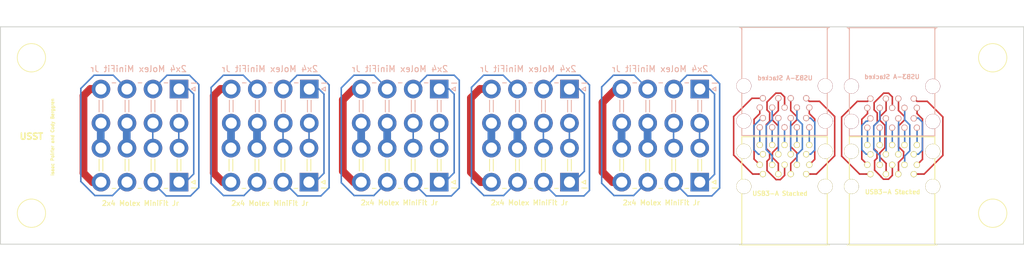
<source format=kicad_pcb>
(kicad_pcb (version 4) (host pcbnew 4.0.7)

  (general
    (links 92)
    (no_connects 16)
    (area 64.924999 80.674999 230.275001 155.405)
    (thickness 1.6)
    (drawings 10)
    (tracks 351)
    (zones 0)
    (modules 18)
    (nets 77)
  )

  (page A4)
  (layers
    (0 F.Cu signal)
    (31 B.Cu signal)
    (32 B.Adhes user)
    (33 F.Adhes user)
    (34 B.Paste user)
    (35 F.Paste user)
    (36 B.SilkS user)
    (37 F.SilkS user)
    (38 B.Mask user)
    (39 F.Mask user)
    (40 Dwgs.User user)
    (41 Cmts.User user)
    (42 Eco1.User user)
    (43 Eco2.User user)
    (44 Edge.Cuts user)
    (45 Margin user)
    (46 B.CrtYd user)
    (47 F.CrtYd user)
    (48 B.Fab user)
    (49 F.Fab user)
  )

  (setup
    (last_trace_width 0.25)
    (user_trace_width 1)
    (trace_clearance 0.2)
    (zone_clearance 0.508)
    (zone_45_only no)
    (trace_min 0.2)
    (segment_width 0.2)
    (edge_width 0.15)
    (via_size 0.6)
    (via_drill 0.4)
    (via_min_size 0.4)
    (via_min_drill 0.3)
    (uvia_size 0.3)
    (uvia_drill 0.1)
    (uvias_allowed no)
    (uvia_min_size 0.2)
    (uvia_min_drill 0.1)
    (pcb_text_width 0.3)
    (pcb_text_size 1.5 1.5)
    (mod_edge_width 0.15)
    (mod_text_size 1 1)
    (mod_text_width 0.15)
    (pad_size 3.2 3.2)
    (pad_drill 3.2)
    (pad_to_mask_clearance 0.2)
    (aux_axis_origin 0 0)
    (visible_elements 7FFFFFFF)
    (pcbplotparams
      (layerselection 0x010f0_80000001)
      (usegerberextensions false)
      (excludeedgelayer true)
      (linewidth 0.100000)
      (plotframeref false)
      (viasonmask false)
      (mode 1)
      (useauxorigin false)
      (hpglpennumber 1)
      (hpglpenspeed 20)
      (hpglpendiameter 15)
      (hpglpenoverlay 2)
      (psnegative false)
      (psa4output false)
      (plotreference true)
      (plotvalue false)
      (plotinvisibletext false)
      (padsonsilk false)
      (subtractmaskfromsilk true)
      (outputformat 1)
      (mirror false)
      (drillshape 0)
      (scaleselection 1)
      (outputdirectory GERBERS/))
  )

  (net 0 "")
  (net 1 "Net-(P1-Pad1)")
  (net 2 "Net-(P1-Pad2)")
  (net 3 "Net-(P1-Pad3)")
  (net 4 "Net-(P1-Pad4)")
  (net 5 "Net-(P1-Pad5)")
  (net 6 "Net-(P1-Pad6)")
  (net 7 "Net-(P1-Pad7)")
  (net 8 "Net-(P1-Pad8)")
  (net 9 "Net-(P3-Pad1)")
  (net 10 "Net-(P3-Pad2)")
  (net 11 "Net-(P3-Pad3)")
  (net 12 "Net-(P3-Pad4)")
  (net 13 "Net-(P3-Pad5)")
  (net 14 "Net-(P3-Pad6)")
  (net 15 "Net-(P3-Pad7)")
  (net 16 "Net-(P3-Pad8)")
  (net 17 "Net-(P10-Pad1)")
  (net 18 "Net-(P10-Pad2)")
  (net 19 "Net-(P10-Pad3)")
  (net 20 "Net-(P10-Pad4)")
  (net 21 "Net-(P10-Pad5)")
  (net 22 "Net-(P10-Pad6)")
  (net 23 "Net-(P10-Pad7)")
  (net 24 "Net-(P10-Pad8)")
  (net 25 "Net-(J1-Pad4)")
  (net 26 "Net-(J1-Pad1)")
  (net 27 "Net-(J1-Pad2)")
  (net 28 "Net-(J1-Pad3)")
  (net 29 "Net-(J1-Pad5)")
  (net 30 "Net-(J1-Pad6)")
  (net 31 "Net-(J1-Pad7)")
  (net 32 "Net-(J1-Pad8)")
  (net 33 "Net-(J1-Pad9)")
  (net 34 "Net-(J1-Pad10)")
  (net 35 "Net-(J1-Pad11)")
  (net 36 "Net-(J1-Pad12)")
  (net 37 "Net-(J1-Pad13)")
  (net 38 "Net-(J1-Pad14)")
  (net 39 "Net-(J1-Pad15)")
  (net 40 "Net-(J1-Pad16)")
  (net 41 "Net-(J1-Pad17)")
  (net 42 "Net-(J1-Pad18)")
  (net 43 "Net-(J3-Pad4)")
  (net 44 "Net-(J3-Pad1)")
  (net 45 "Net-(J3-Pad2)")
  (net 46 "Net-(J3-Pad3)")
  (net 47 "Net-(J3-Pad5)")
  (net 48 "Net-(J3-Pad6)")
  (net 49 "Net-(J3-Pad7)")
  (net 50 "Net-(J3-Pad8)")
  (net 51 "Net-(J3-Pad9)")
  (net 52 "Net-(J3-Pad10)")
  (net 53 "Net-(J3-Pad11)")
  (net 54 "Net-(J3-Pad12)")
  (net 55 "Net-(J3-Pad13)")
  (net 56 "Net-(J3-Pad14)")
  (net 57 "Net-(J3-Pad15)")
  (net 58 "Net-(J3-Pad16)")
  (net 59 "Net-(J3-Pad17)")
  (net 60 "Net-(J3-Pad18)")
  (net 61 "Net-(P5-Pad1)")
  (net 62 "Net-(P5-Pad2)")
  (net 63 "Net-(P5-Pad3)")
  (net 64 "Net-(P5-Pad4)")
  (net 65 "Net-(P5-Pad5)")
  (net 66 "Net-(P5-Pad6)")
  (net 67 "Net-(P5-Pad7)")
  (net 68 "Net-(P5-Pad8)")
  (net 69 "Net-(P7-Pad1)")
  (net 70 "Net-(P7-Pad2)")
  (net 71 "Net-(P7-Pad3)")
  (net 72 "Net-(P7-Pad4)")
  (net 73 "Net-(P7-Pad5)")
  (net 74 "Net-(P7-Pad6)")
  (net 75 "Net-(P7-Pad7)")
  (net 76 "Net-(P7-Pad8)")

  (net_class Default "This is the default net class."
    (clearance 0.2)
    (trace_width 0.25)
    (via_dia 0.6)
    (via_drill 0.4)
    (uvia_dia 0.3)
    (uvia_drill 0.1)
    (add_net "Net-(J1-Pad1)")
    (add_net "Net-(J1-Pad10)")
    (add_net "Net-(J1-Pad11)")
    (add_net "Net-(J1-Pad12)")
    (add_net "Net-(J1-Pad13)")
    (add_net "Net-(J1-Pad14)")
    (add_net "Net-(J1-Pad15)")
    (add_net "Net-(J1-Pad16)")
    (add_net "Net-(J1-Pad17)")
    (add_net "Net-(J1-Pad18)")
    (add_net "Net-(J1-Pad2)")
    (add_net "Net-(J1-Pad3)")
    (add_net "Net-(J1-Pad4)")
    (add_net "Net-(J1-Pad5)")
    (add_net "Net-(J1-Pad6)")
    (add_net "Net-(J1-Pad7)")
    (add_net "Net-(J1-Pad8)")
    (add_net "Net-(J1-Pad9)")
    (add_net "Net-(J3-Pad1)")
    (add_net "Net-(J3-Pad10)")
    (add_net "Net-(J3-Pad11)")
    (add_net "Net-(J3-Pad12)")
    (add_net "Net-(J3-Pad13)")
    (add_net "Net-(J3-Pad14)")
    (add_net "Net-(J3-Pad15)")
    (add_net "Net-(J3-Pad16)")
    (add_net "Net-(J3-Pad17)")
    (add_net "Net-(J3-Pad18)")
    (add_net "Net-(J3-Pad2)")
    (add_net "Net-(J3-Pad3)")
    (add_net "Net-(J3-Pad4)")
    (add_net "Net-(J3-Pad5)")
    (add_net "Net-(J3-Pad6)")
    (add_net "Net-(J3-Pad7)")
    (add_net "Net-(J3-Pad8)")
    (add_net "Net-(J3-Pad9)")
    (add_net "Net-(J5-Pad1)")
    (add_net "Net-(J5-Pad10)")
    (add_net "Net-(J5-Pad11)")
    (add_net "Net-(J5-Pad12)")
    (add_net "Net-(J5-Pad13)")
    (add_net "Net-(J5-Pad14)")
    (add_net "Net-(J5-Pad15)")
    (add_net "Net-(J5-Pad16)")
    (add_net "Net-(J5-Pad2)")
    (add_net "Net-(J5-Pad3)")
    (add_net "Net-(J5-Pad4)")
    (add_net "Net-(J5-Pad5)")
    (add_net "Net-(J5-Pad6)")
    (add_net "Net-(J5-Pad7)")
    (add_net "Net-(J5-Pad8)")
    (add_net "Net-(J5-Pad9)")
    (add_net "Net-(P1-Pad1)")
    (add_net "Net-(P1-Pad2)")
    (add_net "Net-(P1-Pad3)")
    (add_net "Net-(P1-Pad4)")
    (add_net "Net-(P1-Pad5)")
    (add_net "Net-(P1-Pad6)")
    (add_net "Net-(P1-Pad7)")
    (add_net "Net-(P1-Pad8)")
    (add_net "Net-(P10-Pad1)")
    (add_net "Net-(P10-Pad2)")
    (add_net "Net-(P10-Pad3)")
    (add_net "Net-(P10-Pad4)")
    (add_net "Net-(P10-Pad5)")
    (add_net "Net-(P10-Pad6)")
    (add_net "Net-(P10-Pad7)")
    (add_net "Net-(P10-Pad8)")
    (add_net "Net-(P3-Pad1)")
    (add_net "Net-(P3-Pad2)")
    (add_net "Net-(P3-Pad3)")
    (add_net "Net-(P3-Pad4)")
    (add_net "Net-(P3-Pad5)")
    (add_net "Net-(P3-Pad6)")
    (add_net "Net-(P3-Pad7)")
    (add_net "Net-(P3-Pad8)")
    (add_net "Net-(P5-Pad1)")
    (add_net "Net-(P5-Pad2)")
    (add_net "Net-(P5-Pad3)")
    (add_net "Net-(P5-Pad4)")
    (add_net "Net-(P5-Pad5)")
    (add_net "Net-(P5-Pad6)")
    (add_net "Net-(P5-Pad7)")
    (add_net "Net-(P5-Pad8)")
    (add_net "Net-(P7-Pad1)")
    (add_net "Net-(P7-Pad2)")
    (add_net "Net-(P7-Pad3)")
    (add_net "Net-(P7-Pad4)")
    (add_net "Net-(P7-Pad5)")
    (add_net "Net-(P7-Pad6)")
    (add_net "Net-(P7-Pad7)")
    (add_net "Net-(P7-Pad8)")
  )

  (net_class "Power Trace" ""
    (clearance 0.2)
    (trace_width 1)
    (via_dia 1.35)
    (via_drill 1.15)
    (uvia_dia 1.05)
    (uvia_drill 0.9)
  )

  (module Connect:1pin (layer F.Cu) (tedit 5ACC1ABA) (tstamp 5A7F7341)
    (at 225.2 90.2)
    (descr "module 1 pin (ou trou mecanique de percage)")
    (tags DEV)
    (fp_text reference REF** (at 0 -3.048) (layer F.SilkS) hide
      (effects (font (size 1 1) (thickness 0.15)))
    )
    (fp_text value 1pin (at 0 3) (layer F.Fab) hide
      (effects (font (size 1 1) (thickness 0.15)))
    )
    (fp_circle (center 0 0) (end 2 0.8) (layer F.Fab) (width 0.1))
    (fp_circle (center 0 0) (end 2.6 0) (layer F.CrtYd) (width 0.05))
    (fp_circle (center 0 0) (end 0 -2.286) (layer F.SilkS) (width 0.12))
    (pad "" np_thru_hole circle (at 0 0) (size 3.2 3.2) (drill 3.2) (layers *.Cu *.Mask))
  )

  (module Connect:1pin (layer F.Cu) (tedit 5ACC1AEE) (tstamp 5A7F76C2)
    (at 70 90.2)
    (descr "module 1 pin (ou trou mecanique de percage)")
    (tags DEV)
    (fp_text reference REF** (at 0 -3.048) (layer F.SilkS) hide
      (effects (font (size 1 1) (thickness 0.15)))
    )
    (fp_text value 1pin (at 0 3) (layer F.Fab)
      (effects (font (size 1 1) (thickness 0.15)))
    )
    (fp_circle (center 0 0) (end 2 0.8) (layer F.Fab) (width 0.1))
    (fp_circle (center 0 0) (end 2.6 0) (layer F.CrtYd) (width 0.05))
    (fp_circle (center 0 0) (end 0 -2.286) (layer F.SilkS) (width 0.12))
    (pad "" np_thru_hole circle (at 0 0) (size 3.2 3.2) (drill 3.2) (layers *.Cu *.Mask))
  )

  (module Connect:1pin (layer F.Cu) (tedit 5ACC1AFB) (tstamp 5A7F76BA)
    (at 70 115.3)
    (descr "module 1 pin (ou trou mecanique de percage)")
    (tags DEV)
    (fp_text reference REF** (at 0 -3.048) (layer F.SilkS) hide
      (effects (font (size 1 1) (thickness 0.15)))
    )
    (fp_text value 1pin (at 0 3) (layer F.Fab)
      (effects (font (size 1 1) (thickness 0.15)))
    )
    (fp_circle (center 0 0) (end 2 0.8) (layer F.Fab) (width 0.1))
    (fp_circle (center 0 0) (end 2.6 0) (layer F.CrtYd) (width 0.05))
    (fp_circle (center 0 0) (end 0 -2.286) (layer F.SilkS) (width 0.12))
    (pad "" np_thru_hole circle (at 0 0) (size 3.2 3.2) (drill 3.2) (layers *.Cu *.Mask))
  )

  (module Connect:1pin (layer F.Cu) (tedit 5ACC1ADA) (tstamp 5A7F733D)
    (at 225.2 115.3)
    (descr "module 1 pin (ou trou mecanique de percage)")
    (tags DEV)
    (fp_text reference REF** (at 0 -3.048) (layer F.SilkS) hide
      (effects (font (size 1 1) (thickness 0.15)))
    )
    (fp_text value 1pin (at 0 3) (layer F.Fab)
      (effects (font (size 1 1) (thickness 0.15)))
    )
    (fp_circle (center 0 0) (end 2 0.8) (layer F.Fab) (width 0.1))
    (fp_circle (center 0 0) (end 2.6 0) (layer F.CrtYd) (width 0.05))
    (fp_circle (center 0 0) (end 0 -2.286) (layer F.SilkS) (width 0.12))
    (pad "" np_thru_hole circle (at 0 0) (size 3.2 3.2) (drill 3.2) (layers *.Cu *.Mask))
  )

  (module USST-footprints:USB-A_3.0_Stacked_WM10420-ND (layer F.Cu) (tedit 5AAAA66E) (tstamp 5AA4539C)
    (at 208.3872 106.4853 90)
    (path /5AA4511C)
    (fp_text reference "USB3-A Stacked" (at -5.3763 0.6548 180) (layer F.SilkS)
      (effects (font (size 0.7 0.7) (thickness 0.15)))
    )
    (fp_text value Conn_02x09_Odd_Even (at -15.06 -0.5 180) (layer F.Fab)
      (effects (font (size 1 1) (thickness 0.15)))
    )
    (fp_arc (start -13.59 -6.68) (end -13.6 -6.33) (angle 90) (layer F.SilkS) (width 0.15))
    (fp_arc (start -13.6 7.81) (end -13.94 7.82) (angle 90) (layer F.SilkS) (width 0.15))
    (fp_line (start 3.51 7.47) (end 3.52 -6.33) (layer F.SilkS) (width 0.15))
    (fp_line (start 3.52 -6.33) (end -13.94 -6.33) (layer F.SilkS) (width 0.15))
    (fp_line (start -13.94 -6.33) (end -13.94 7.47) (layer F.SilkS) (width 0.15))
    (fp_line (start -13.94 7.47) (end 3.52 7.47) (layer F.SilkS) (width 0.15))
    (pad "" thru_hole circle (at -4.5 -6 90) (size 2.4 2.4) (drill 2.3) (layers *.Cu *.Mask F.SilkS))
    (pad "" thru_hole circle (at 1.18 -6 90) (size 2.4 2.4) (drill 2.3) (layers *.Cu *.Mask F.SilkS))
    (pad "" thru_hole circle (at 1.18 7.14 90) (size 2.4 2.4) (drill 2.3) (layers *.Cu *.Mask F.SilkS))
    (pad "" thru_hole circle (at -4.49 7.14 90) (size 2.4 2.4) (drill 2.3) (layers *.Cu *.Mask F.SilkS))
    (pad 4 thru_hole circle (at -2.5 4.07 90) (size 1 1) (drill 0.7) (layers *.Cu *.Mask F.SilkS)
      (net 25 "Net-(J1-Pad4)"))
    (pad 1 thru_hole circle (at -2.5 -2.93 90) (size 1 1) (drill 0.7) (layers *.Cu *.Mask F.SilkS)
      (net 26 "Net-(J1-Pad1)"))
    (pad 2 thru_hole circle (at -2.5 -0.43 90) (size 1 1) (drill 0.7) (layers *.Cu *.Mask F.SilkS)
      (net 27 "Net-(J1-Pad2)"))
    (pad 3 thru_hole circle (at -2.5 1.57 90) (size 1 1) (drill 0.7) (layers *.Cu *.Mask F.SilkS)
      (net 28 "Net-(J1-Pad3)"))
    (pad 5 thru_hole circle (at -1 4.57 90) (size 1 1) (drill 0.7) (layers *.Cu *.Mask F.SilkS)
      (net 29 "Net-(J1-Pad5)"))
    (pad 6 thru_hole circle (at -1 2.57 90) (size 1 1) (drill 0.7) (layers *.Cu *.Mask F.SilkS)
      (net 30 "Net-(J1-Pad6)"))
    (pad 7 thru_hole circle (at -1 0.58 90) (size 1 1) (drill 0.7) (layers *.Cu *.Mask F.SilkS)
      (net 31 "Net-(J1-Pad7)"))
    (pad 8 thru_hole circle (at -1 -1.43 90) (size 1 1) (drill 0.7) (layers *.Cu *.Mask F.SilkS)
      (net 32 "Net-(J1-Pad8)"))
    (pad 9 thru_hole circle (at -1 -3.43 90) (size 1 1) (drill 0.7) (layers *.Cu *.Mask F.SilkS)
      (net 33 "Net-(J1-Pad9)"))
    (pad 10 thru_hole circle (at 0.7 -2.93 90) (size 1 1) (drill 0.7) (layers *.Cu *.Mask F.SilkS)
      (net 34 "Net-(J1-Pad10)"))
    (pad 11 thru_hole circle (at 0.7 -0.43 90) (size 1 1) (drill 0.7) (layers *.Cu *.Mask F.SilkS)
      (net 35 "Net-(J1-Pad11)"))
    (pad 12 thru_hole circle (at 0.7 1.57 90) (size 1 1) (drill 0.7) (layers *.Cu *.Mask F.SilkS)
      (net 36 "Net-(J1-Pad12)"))
    (pad 13 thru_hole circle (at 0.7 4.07 90) (size 1 1) (drill 0.7) (layers *.Cu *.Mask F.SilkS)
      (net 37 "Net-(J1-Pad13)"))
    (pad 14 thru_hole circle (at 2.2 4.57 90) (size 1 1) (drill 0.7) (layers *.Cu *.Mask F.SilkS)
      (net 38 "Net-(J1-Pad14)"))
    (pad 15 thru_hole circle (at 2.2 2.57 90) (size 1 1) (drill 0.7) (layers *.Cu *.Mask F.SilkS)
      (net 39 "Net-(J1-Pad15)"))
    (pad 16 thru_hole circle (at 2.2 0.57 90) (size 1 1) (drill 0.7) (layers *.Cu *.Mask F.SilkS)
      (net 40 "Net-(J1-Pad16)"))
    (pad 17 thru_hole circle (at 2.2 -1.43 90) (size 1 1) (drill 0.7) (layers *.Cu *.Mask F.SilkS)
      (net 41 "Net-(J1-Pad17)"))
    (pad 18 thru_hole circle (at 2.2 -3.43 90) (size 1 1) (drill 0.7) (layers *.Cu *.Mask F.SilkS)
      (net 42 "Net-(J1-Pad18)"))
  )

  (module USST-footprints:USB-A_3.0_Stacked_WM10420-ND (layer B.Cu) (tedit 5AAAA687) (tstamp 5AA453BC)
    (at 208.3872 99.2928 270)
    (path /5AA45159)
    (fp_text reference "USB3-A Stacked" (at -6.024 -0.5532 360) (layer B.SilkS)
      (effects (font (size 0.7 0.7) (thickness 0.15)) (justify mirror))
    )
    (fp_text value Conn_02x09_Odd_Even (at -15.06 0.5 540) (layer B.Fab)
      (effects (font (size 1 1) (thickness 0.15)) (justify mirror))
    )
    (fp_arc (start -13.59 6.68) (end -13.6 6.33) (angle -90) (layer B.SilkS) (width 0.15))
    (fp_arc (start -13.6 -7.81) (end -13.94 -7.82) (angle -90) (layer B.SilkS) (width 0.15))
    (fp_line (start 3.51 -7.47) (end 3.52 6.33) (layer B.SilkS) (width 0.15))
    (fp_line (start 3.52 6.33) (end -13.94 6.33) (layer B.SilkS) (width 0.15))
    (fp_line (start -13.94 6.33) (end -13.94 -7.47) (layer B.SilkS) (width 0.15))
    (fp_line (start -13.94 -7.47) (end 3.52 -7.47) (layer B.SilkS) (width 0.15))
    (pad "" thru_hole circle (at -4.5 6 270) (size 2.4 2.4) (drill 2.3) (layers *.Cu *.Mask B.SilkS))
    (pad "" thru_hole circle (at 1.18 6 270) (size 2.4 2.4) (drill 2.3) (layers *.Cu *.Mask B.SilkS))
    (pad "" thru_hole circle (at 1.18 -7.14 270) (size 2.4 2.4) (drill 2.3) (layers *.Cu *.Mask B.SilkS))
    (pad "" thru_hole circle (at -4.49 -7.14 270) (size 2.4 2.4) (drill 2.3) (layers *.Cu *.Mask B.SilkS))
    (pad 4 thru_hole circle (at -2.5 -4.07 270) (size 1 1) (drill 0.7) (layers *.Cu *.Mask B.SilkS)
      (net 25 "Net-(J1-Pad4)"))
    (pad 1 thru_hole circle (at -2.5 2.93 270) (size 1 1) (drill 0.7) (layers *.Cu *.Mask B.SilkS)
      (net 26 "Net-(J1-Pad1)"))
    (pad 2 thru_hole circle (at -2.5 0.43 270) (size 1 1) (drill 0.7) (layers *.Cu *.Mask B.SilkS)
      (net 27 "Net-(J1-Pad2)"))
    (pad 3 thru_hole circle (at -2.5 -1.57 270) (size 1 1) (drill 0.7) (layers *.Cu *.Mask B.SilkS)
      (net 28 "Net-(J1-Pad3)"))
    (pad 5 thru_hole circle (at -1 -4.57 270) (size 1 1) (drill 0.7) (layers *.Cu *.Mask B.SilkS)
      (net 29 "Net-(J1-Pad5)"))
    (pad 6 thru_hole circle (at -1 -2.57 270) (size 1 1) (drill 0.7) (layers *.Cu *.Mask B.SilkS)
      (net 30 "Net-(J1-Pad6)"))
    (pad 7 thru_hole circle (at -1 -0.58 270) (size 1 1) (drill 0.7) (layers *.Cu *.Mask B.SilkS)
      (net 31 "Net-(J1-Pad7)"))
    (pad 8 thru_hole circle (at -1 1.43 270) (size 1 1) (drill 0.7) (layers *.Cu *.Mask B.SilkS)
      (net 32 "Net-(J1-Pad8)"))
    (pad 9 thru_hole circle (at -1 3.43 270) (size 1 1) (drill 0.7) (layers *.Cu *.Mask B.SilkS)
      (net 33 "Net-(J1-Pad9)"))
    (pad 10 thru_hole circle (at 0.7 2.93 270) (size 1 1) (drill 0.7) (layers *.Cu *.Mask B.SilkS)
      (net 34 "Net-(J1-Pad10)"))
    (pad 11 thru_hole circle (at 0.7 0.43 270) (size 1 1) (drill 0.7) (layers *.Cu *.Mask B.SilkS)
      (net 35 "Net-(J1-Pad11)"))
    (pad 12 thru_hole circle (at 0.7 -1.57 270) (size 1 1) (drill 0.7) (layers *.Cu *.Mask B.SilkS)
      (net 36 "Net-(J1-Pad12)"))
    (pad 13 thru_hole circle (at 0.7 -4.07 270) (size 1 1) (drill 0.7) (layers *.Cu *.Mask B.SilkS)
      (net 37 "Net-(J1-Pad13)"))
    (pad 14 thru_hole circle (at 2.2 -4.57 270) (size 1 1) (drill 0.7) (layers *.Cu *.Mask B.SilkS)
      (net 38 "Net-(J1-Pad14)"))
    (pad 15 thru_hole circle (at 2.2 -2.57 270) (size 1 1) (drill 0.7) (layers *.Cu *.Mask B.SilkS)
      (net 39 "Net-(J1-Pad15)"))
    (pad 16 thru_hole circle (at 2.2 -0.57 270) (size 1 1) (drill 0.7) (layers *.Cu *.Mask B.SilkS)
      (net 40 "Net-(J1-Pad16)"))
    (pad 17 thru_hole circle (at 2.2 1.43 270) (size 1 1) (drill 0.7) (layers *.Cu *.Mask B.SilkS)
      (net 41 "Net-(J1-Pad17)"))
    (pad 18 thru_hole circle (at 2.2 3.43 270) (size 1 1) (drill 0.7) (layers *.Cu *.Mask B.SilkS)
      (net 42 "Net-(J1-Pad18)"))
  )

  (module USST-footprints:USB-A_3.0_Stacked_WM10420-ND (layer F.Cu) (tedit 5AAAA65F) (tstamp 5AA453DC)
    (at 191.0207 106.4768 90)
    (path /5AA46292)
    (fp_text reference "USB3-A Stacked" (at -5.6388 -0.1651 180) (layer F.SilkS)
      (effects (font (size 0.7 0.7) (thickness 0.15)))
    )
    (fp_text value Conn_02x09_Odd_Even (at -15.06 -0.5 180) (layer F.Fab)
      (effects (font (size 1 1) (thickness 0.15)))
    )
    (fp_arc (start -13.59 -6.68) (end -13.6 -6.33) (angle 90) (layer F.SilkS) (width 0.15))
    (fp_arc (start -13.6 7.81) (end -13.94 7.82) (angle 90) (layer F.SilkS) (width 0.15))
    (fp_line (start 3.51 7.47) (end 3.52 -6.33) (layer F.SilkS) (width 0.15))
    (fp_line (start 3.52 -6.33) (end -13.94 -6.33) (layer F.SilkS) (width 0.15))
    (fp_line (start -13.94 -6.33) (end -13.94 7.47) (layer F.SilkS) (width 0.15))
    (fp_line (start -13.94 7.47) (end 3.52 7.47) (layer F.SilkS) (width 0.15))
    (pad "" thru_hole circle (at -4.5 -6 90) (size 2.4 2.4) (drill 2.3) (layers *.Cu *.Mask F.SilkS))
    (pad "" thru_hole circle (at 1.18 -6 90) (size 2.4 2.4) (drill 2.3) (layers *.Cu *.Mask F.SilkS))
    (pad "" thru_hole circle (at 1.18 7.14 90) (size 2.4 2.4) (drill 2.3) (layers *.Cu *.Mask F.SilkS))
    (pad "" thru_hole circle (at -4.49 7.14 90) (size 2.4 2.4) (drill 2.3) (layers *.Cu *.Mask F.SilkS))
    (pad 4 thru_hole circle (at -2.5 4.07 90) (size 1 1) (drill 0.7) (layers *.Cu *.Mask F.SilkS)
      (net 43 "Net-(J3-Pad4)"))
    (pad 1 thru_hole circle (at -2.5 -2.93 90) (size 1 1) (drill 0.7) (layers *.Cu *.Mask F.SilkS)
      (net 44 "Net-(J3-Pad1)"))
    (pad 2 thru_hole circle (at -2.5 -0.43 90) (size 1 1) (drill 0.7) (layers *.Cu *.Mask F.SilkS)
      (net 45 "Net-(J3-Pad2)"))
    (pad 3 thru_hole circle (at -2.5 1.57 90) (size 1 1) (drill 0.7) (layers *.Cu *.Mask F.SilkS)
      (net 46 "Net-(J3-Pad3)"))
    (pad 5 thru_hole circle (at -1 4.57 90) (size 1 1) (drill 0.7) (layers *.Cu *.Mask F.SilkS)
      (net 47 "Net-(J3-Pad5)"))
    (pad 6 thru_hole circle (at -1 2.57 90) (size 1 1) (drill 0.7) (layers *.Cu *.Mask F.SilkS)
      (net 48 "Net-(J3-Pad6)"))
    (pad 7 thru_hole circle (at -1 0.58 90) (size 1 1) (drill 0.7) (layers *.Cu *.Mask F.SilkS)
      (net 49 "Net-(J3-Pad7)"))
    (pad 8 thru_hole circle (at -1 -1.43 90) (size 1 1) (drill 0.7) (layers *.Cu *.Mask F.SilkS)
      (net 50 "Net-(J3-Pad8)"))
    (pad 9 thru_hole circle (at -1 -3.43 90) (size 1 1) (drill 0.7) (layers *.Cu *.Mask F.SilkS)
      (net 51 "Net-(J3-Pad9)"))
    (pad 10 thru_hole circle (at 0.7 -2.93 90) (size 1 1) (drill 0.7) (layers *.Cu *.Mask F.SilkS)
      (net 52 "Net-(J3-Pad10)"))
    (pad 11 thru_hole circle (at 0.7 -0.43 90) (size 1 1) (drill 0.7) (layers *.Cu *.Mask F.SilkS)
      (net 53 "Net-(J3-Pad11)"))
    (pad 12 thru_hole circle (at 0.7 1.57 90) (size 1 1) (drill 0.7) (layers *.Cu *.Mask F.SilkS)
      (net 54 "Net-(J3-Pad12)"))
    (pad 13 thru_hole circle (at 0.7 4.07 90) (size 1 1) (drill 0.7) (layers *.Cu *.Mask F.SilkS)
      (net 55 "Net-(J3-Pad13)"))
    (pad 14 thru_hole circle (at 2.2 4.57 90) (size 1 1) (drill 0.7) (layers *.Cu *.Mask F.SilkS)
      (net 56 "Net-(J3-Pad14)"))
    (pad 15 thru_hole circle (at 2.2 2.57 90) (size 1 1) (drill 0.7) (layers *.Cu *.Mask F.SilkS)
      (net 57 "Net-(J3-Pad15)"))
    (pad 16 thru_hole circle (at 2.2 0.57 90) (size 1 1) (drill 0.7) (layers *.Cu *.Mask F.SilkS)
      (net 58 "Net-(J3-Pad16)"))
    (pad 17 thru_hole circle (at 2.2 -1.43 90) (size 1 1) (drill 0.7) (layers *.Cu *.Mask F.SilkS)
      (net 59 "Net-(J3-Pad17)"))
    (pad 18 thru_hole circle (at 2.2 -3.43 90) (size 1 1) (drill 0.7) (layers *.Cu *.Mask F.SilkS)
      (net 60 "Net-(J3-Pad18)"))
  )

  (module USST-footprints:USB-A_3.0_Stacked_WM10420-ND (layer B.Cu) (tedit 5AAAA67B) (tstamp 5AA453FC)
    (at 191.0207 99.2378 270)
    (path /5AA46298)
    (fp_text reference "USB3-A Stacked" (at -5.7658 -0.6477 360) (layer B.SilkS)
      (effects (font (size 0.7 0.7) (thickness 0.15)) (justify mirror))
    )
    (fp_text value Conn_02x09_Odd_Even (at -15.06 0.5 540) (layer B.Fab)
      (effects (font (size 1 1) (thickness 0.15)) (justify mirror))
    )
    (fp_arc (start -13.59 6.68) (end -13.6 6.33) (angle -90) (layer B.SilkS) (width 0.15))
    (fp_arc (start -13.6 -7.81) (end -13.94 -7.82) (angle -90) (layer B.SilkS) (width 0.15))
    (fp_line (start 3.51 -7.47) (end 3.52 6.33) (layer B.SilkS) (width 0.15))
    (fp_line (start 3.52 6.33) (end -13.94 6.33) (layer B.SilkS) (width 0.15))
    (fp_line (start -13.94 6.33) (end -13.94 -7.47) (layer B.SilkS) (width 0.15))
    (fp_line (start -13.94 -7.47) (end 3.52 -7.47) (layer B.SilkS) (width 0.15))
    (pad "" thru_hole circle (at -4.5 6 270) (size 2.4 2.4) (drill 2.3) (layers *.Cu *.Mask B.SilkS))
    (pad "" thru_hole circle (at 1.18 6 270) (size 2.4 2.4) (drill 2.3) (layers *.Cu *.Mask B.SilkS))
    (pad "" thru_hole circle (at 1.18 -7.14 270) (size 2.4 2.4) (drill 2.3) (layers *.Cu *.Mask B.SilkS))
    (pad "" thru_hole circle (at -4.49 -7.14 270) (size 2.4 2.4) (drill 2.3) (layers *.Cu *.Mask B.SilkS))
    (pad 4 thru_hole circle (at -2.5 -4.07 270) (size 1 1) (drill 0.7) (layers *.Cu *.Mask B.SilkS)
      (net 43 "Net-(J3-Pad4)"))
    (pad 1 thru_hole circle (at -2.5 2.93 270) (size 1 1) (drill 0.7) (layers *.Cu *.Mask B.SilkS)
      (net 44 "Net-(J3-Pad1)"))
    (pad 2 thru_hole circle (at -2.5 0.43 270) (size 1 1) (drill 0.7) (layers *.Cu *.Mask B.SilkS)
      (net 45 "Net-(J3-Pad2)"))
    (pad 3 thru_hole circle (at -2.5 -1.57 270) (size 1 1) (drill 0.7) (layers *.Cu *.Mask B.SilkS)
      (net 46 "Net-(J3-Pad3)"))
    (pad 5 thru_hole circle (at -1 -4.57 270) (size 1 1) (drill 0.7) (layers *.Cu *.Mask B.SilkS)
      (net 47 "Net-(J3-Pad5)"))
    (pad 6 thru_hole circle (at -1 -2.57 270) (size 1 1) (drill 0.7) (layers *.Cu *.Mask B.SilkS)
      (net 48 "Net-(J3-Pad6)"))
    (pad 7 thru_hole circle (at -1 -0.58 270) (size 1 1) (drill 0.7) (layers *.Cu *.Mask B.SilkS)
      (net 49 "Net-(J3-Pad7)"))
    (pad 8 thru_hole circle (at -1 1.43 270) (size 1 1) (drill 0.7) (layers *.Cu *.Mask B.SilkS)
      (net 50 "Net-(J3-Pad8)"))
    (pad 9 thru_hole circle (at -1 3.43 270) (size 1 1) (drill 0.7) (layers *.Cu *.Mask B.SilkS)
      (net 51 "Net-(J3-Pad9)"))
    (pad 10 thru_hole circle (at 0.7 2.93 270) (size 1 1) (drill 0.7) (layers *.Cu *.Mask B.SilkS)
      (net 52 "Net-(J3-Pad10)"))
    (pad 11 thru_hole circle (at 0.7 0.43 270) (size 1 1) (drill 0.7) (layers *.Cu *.Mask B.SilkS)
      (net 53 "Net-(J3-Pad11)"))
    (pad 12 thru_hole circle (at 0.7 -1.57 270) (size 1 1) (drill 0.7) (layers *.Cu *.Mask B.SilkS)
      (net 54 "Net-(J3-Pad12)"))
    (pad 13 thru_hole circle (at 0.7 -4.07 270) (size 1 1) (drill 0.7) (layers *.Cu *.Mask B.SilkS)
      (net 55 "Net-(J3-Pad13)"))
    (pad 14 thru_hole circle (at 2.2 -4.57 270) (size 1 1) (drill 0.7) (layers *.Cu *.Mask B.SilkS)
      (net 56 "Net-(J3-Pad14)"))
    (pad 15 thru_hole circle (at 2.2 -2.57 270) (size 1 1) (drill 0.7) (layers *.Cu *.Mask B.SilkS)
      (net 57 "Net-(J3-Pad15)"))
    (pad 16 thru_hole circle (at 2.2 -0.57 270) (size 1 1) (drill 0.7) (layers *.Cu *.Mask B.SilkS)
      (net 58 "Net-(J3-Pad16)"))
    (pad 17 thru_hole circle (at 2.2 1.43 270) (size 1 1) (drill 0.7) (layers *.Cu *.Mask B.SilkS)
      (net 59 "Net-(J3-Pad17)"))
    (pad 18 thru_hole circle (at 2.2 3.43 270) (size 1 1) (drill 0.7) (layers *.Cu *.Mask B.SilkS)
      (net 60 "Net-(J3-Pad18)"))
  )

  (module USST-footprints:Molex_MiniFit-JR-5569-08A2_2x04x4.20mm_Angled_Overhang (layer F.Cu) (tedit 5AB2F1BB) (tstamp 5AA45D59)
    (at 93.8276 110.2868 180)
    (descr "Molex Mini-Fit JR, PN:5569-08A2, dual row, side entry type, through hole, with plastic peg mount")
    (tags "connector molex mini-fit 5569")
    (path /5A7A6B54)
    (fp_text reference "2x4 Molex MiniFit Jr" (at 6.2276 -3.4132 180) (layer F.SilkS)
      (effects (font (size 0.8 0.8) (thickness 0.15)))
    )
    (fp_text value CONN_02X04 (at 6.7056 -7.9248 180) (layer F.Fab)
      (effects (font (size 1 1) (thickness 0.15)))
    )
    (fp_line (start -3.15 -14.35) (end -3.15 7.5) (layer F.CrtYd) (width 0.05))
    (fp_line (start -3.15 7.5) (end 15.8 7.5) (layer F.CrtYd) (width 0.05))
    (fp_line (start 15.8 7.5) (end 15.8 -14.35) (layer F.CrtYd) (width 0.05))
    (fp_line (start 15.8 -14.35) (end -3.15 -14.35) (layer F.CrtYd) (width 0.05))
    (fp_line (start -2 -0.95) (end -2.85 -0.95) (layer F.SilkS) (width 0.15))
    (fp_line (start -2.7 -13.9) (end -2.7 -1.1) (layer F.Fab) (width 0.05))
    (fp_line (start -2.7 -1.1) (end 15.3 -1.1) (layer F.Fab) (width 0.05))
    (fp_line (start 15.3 -1.1) (end 15.3 -13.9) (layer F.Fab) (width 0.05))
    (fp_line (start 15.3 -13.9) (end -2.7 -13.9) (layer F.Fab) (width 0.05))
    (fp_line (start -0.3 1.8) (end -0.3 3.7) (layer F.SilkS) (width 0.15))
    (fp_line (start 0.3 1.8) (end 0.3 3.7) (layer F.SilkS) (width 0.15))
    (fp_line (start 3.9 1.8) (end 3.9 3.7) (layer F.SilkS) (width 0.15))
    (fp_line (start 4.5 1.8) (end 4.5 3.7) (layer F.SilkS) (width 0.15))
    (fp_line (start 8.1 1.8) (end 8.1 3.7) (layer F.SilkS) (width 0.15))
    (fp_line (start 8.7 1.8) (end 8.7 3.7) (layer F.SilkS) (width 0.15))
    (fp_line (start 12.3 1.8) (end 12.3 3.7) (layer F.SilkS) (width 0.15))
    (fp_line (start 12.9 1.8) (end 12.9 3.7) (layer F.SilkS) (width 0.15))
    (fp_line (start 1.8 -1) (end 2.4 -1) (layer F.SilkS) (width 0.15))
    (fp_line (start 6 -1) (end 6.6 -1) (layer F.SilkS) (width 0.15))
    (fp_line (start 10.2 -1) (end 10.8 -1) (layer F.SilkS) (width 0.15))
    (fp_line (start -2 0) (end -2.6 0.3) (layer F.SilkS) (width 0.15))
    (fp_line (start -2.6 0.3) (end -2.6 -0.3) (layer F.SilkS) (width 0.15))
    (fp_line (start -2.6 -0.3) (end -2 0) (layer F.SilkS) (width 0.15))
    (pad 1 thru_hole rect (at 0 0 180) (size 3 3) (drill 1.8) (layers *.Cu *.Mask)
      (net 1 "Net-(P1-Pad1)"))
    (pad 2 thru_hole circle (at 4.2 0 180) (size 3 3) (drill 1.8) (layers *.Cu *.Mask)
      (net 2 "Net-(P1-Pad2)"))
    (pad 3 thru_hole circle (at 8.4 0 180) (size 3 3) (drill 1.8) (layers *.Cu *.Mask)
      (net 3 "Net-(P1-Pad3)"))
    (pad 4 thru_hole circle (at 12.6 0 180) (size 3 3) (drill 1.8) (layers *.Cu *.Mask)
      (net 4 "Net-(P1-Pad4)"))
    (pad 5 thru_hole circle (at 0 5.5 180) (size 3 3) (drill 1.8) (layers *.Cu *.Mask)
      (net 5 "Net-(P1-Pad5)"))
    (pad 6 thru_hole circle (at 4.2 5.5 180) (size 3 3) (drill 1.8) (layers *.Cu *.Mask)
      (net 6 "Net-(P1-Pad6)"))
    (pad 7 thru_hole circle (at 8.4 5.5 180) (size 3 3) (drill 1.8) (layers *.Cu *.Mask)
      (net 7 "Net-(P1-Pad7)"))
    (pad 8 thru_hole circle (at 12.6 5.5 180) (size 3 3) (drill 1.8) (layers *.Cu *.Mask)
      (net 8 "Net-(P1-Pad8)"))
    (model Connectors_Molex.3dshapes/Molex_MiniFit-JR-5569-08A2_2x04x4.20mm_Angled.wrl
      (at (xyz 0 0 0))
      (scale (xyz 1 1 1))
      (rotate (xyz 0 0 0))
    )
  )

  (module USST-footprints:Molex_MiniFit-JR-5569-08A2_2x04x4.20mm_Angled_Overhang (layer B.Cu) (tedit 5ACC3392) (tstamp 5AA45D65)
    (at 93.8276 95.25 180)
    (descr "Molex Mini-Fit JR, PN:5569-08A2, dual row, side entry type, through hole, with plastic peg mount")
    (tags "connector molex mini-fit 5569")
    (path /5A7A6B4E)
    (fp_text reference "2x4 Molex MiniFit Jr" (at 6.5276 3.25 180) (layer B.SilkS)
      (effects (font (size 1 1) (thickness 0.15)) (justify mirror))
    )
    (fp_text value CONN_02X04 (at 6.35 7.7724 180) (layer B.Fab)
      (effects (font (size 1 1) (thickness 0.15)) (justify mirror))
    )
    (fp_line (start -3.15 14.35) (end -3.15 -7.5) (layer B.CrtYd) (width 0.05))
    (fp_line (start -3.15 -7.5) (end 15.8 -7.5) (layer B.CrtYd) (width 0.05))
    (fp_line (start 15.8 -7.5) (end 15.8 14.35) (layer B.CrtYd) (width 0.05))
    (fp_line (start 15.8 14.35) (end -3.15 14.35) (layer B.CrtYd) (width 0.05))
    (fp_line (start -2 0.95) (end -2.85 0.95) (layer B.SilkS) (width 0.15))
    (fp_line (start -2.7 13.9) (end -2.7 1.1) (layer B.Fab) (width 0.05))
    (fp_line (start -2.7 1.1) (end 15.3 1.1) (layer B.Fab) (width 0.05))
    (fp_line (start 15.3 1.1) (end 15.3 13.9) (layer B.Fab) (width 0.05))
    (fp_line (start 15.3 13.9) (end -2.7 13.9) (layer B.Fab) (width 0.05))
    (fp_line (start -0.3 -1.8) (end -0.3 -3.7) (layer B.SilkS) (width 0.15))
    (fp_line (start 0.3 -1.8) (end 0.3 -3.7) (layer B.SilkS) (width 0.15))
    (fp_line (start 3.9 -1.8) (end 3.9 -3.7) (layer B.SilkS) (width 0.15))
    (fp_line (start 4.5 -1.8) (end 4.5 -3.7) (layer B.SilkS) (width 0.15))
    (fp_line (start 8.1 -1.8) (end 8.1 -3.7) (layer B.SilkS) (width 0.15))
    (fp_line (start 8.7 -1.8) (end 8.7 -3.7) (layer B.SilkS) (width 0.15))
    (fp_line (start 12.3 -1.8) (end 12.3 -3.7) (layer B.SilkS) (width 0.15))
    (fp_line (start 12.9 -1.8) (end 12.9 -3.7) (layer B.SilkS) (width 0.15))
    (fp_line (start 1.8 1) (end 2.4 1) (layer B.SilkS) (width 0.15))
    (fp_line (start 6 1) (end 6.6 1) (layer B.SilkS) (width 0.15))
    (fp_line (start 10.2 1) (end 10.8 1) (layer B.SilkS) (width 0.15))
    (fp_line (start -2 0) (end -2.6 -0.3) (layer B.SilkS) (width 0.15))
    (fp_line (start -2.6 -0.3) (end -2.6 0.3) (layer B.SilkS) (width 0.15))
    (fp_line (start -2.6 0.3) (end -2 0) (layer B.SilkS) (width 0.15))
    (pad 1 thru_hole rect (at 0 0 180) (size 3 3) (drill 1.8) (layers *.Cu *.Mask)
      (net 1 "Net-(P1-Pad1)"))
    (pad 2 thru_hole circle (at 4.2 0 180) (size 3 3) (drill 1.8) (layers *.Cu *.Mask)
      (net 2 "Net-(P1-Pad2)"))
    (pad 3 thru_hole circle (at 8.4 0 180) (size 3 3) (drill 1.8) (layers *.Cu *.Mask)
      (net 3 "Net-(P1-Pad3)"))
    (pad 4 thru_hole circle (at 12.6 0 180) (size 3 3) (drill 1.8) (layers *.Cu *.Mask)
      (net 4 "Net-(P1-Pad4)"))
    (pad 5 thru_hole circle (at 0 -5.5 180) (size 3 3) (drill 1.8) (layers *.Cu *.Mask)
      (net 5 "Net-(P1-Pad5)"))
    (pad 6 thru_hole circle (at 4.2 -5.5 180) (size 3 3) (drill 1.8) (layers *.Cu *.Mask)
      (net 6 "Net-(P1-Pad6)"))
    (pad 7 thru_hole circle (at 8.4 -5.5 180) (size 3 3) (drill 1.8) (layers *.Cu *.Mask)
      (net 7 "Net-(P1-Pad7)"))
    (pad 8 thru_hole circle (at 12.6 -5.5 180) (size 3 3) (drill 1.8) (layers *.Cu *.Mask)
      (net 8 "Net-(P1-Pad8)"))
    (model Connectors_Molex.3dshapes/Molex_MiniFit-JR-5569-08A2_2x04x4.20mm_Angled.wrl
      (at (xyz 0 0 0))
      (scale (xyz 1 1 1))
      (rotate (xyz 0 0 0))
    )
  )

  (module USST-footprints:Molex_MiniFit-JR-5569-08A2_2x04x4.20mm_Angled_Overhang (layer F.Cu) (tedit 5AB2F1B2) (tstamp 5AA45D71)
    (at 114.808 110.2868 180)
    (descr "Molex Mini-Fit JR, PN:5569-08A2, dual row, side entry type, through hole, with plastic peg mount")
    (tags "connector molex mini-fit 5569")
    (path /5A7A6A64)
    (fp_text reference "2x4 Molex MiniFit Jr" (at 6.308 -3.4132 180) (layer F.SilkS)
      (effects (font (size 0.8 0.8) (thickness 0.15)))
    )
    (fp_text value CONN_02X04 (at 6.1976 -7.9756 180) (layer F.Fab)
      (effects (font (size 1 1) (thickness 0.15)))
    )
    (fp_line (start -3.15 -14.35) (end -3.15 7.5) (layer F.CrtYd) (width 0.05))
    (fp_line (start -3.15 7.5) (end 15.8 7.5) (layer F.CrtYd) (width 0.05))
    (fp_line (start 15.8 7.5) (end 15.8 -14.35) (layer F.CrtYd) (width 0.05))
    (fp_line (start 15.8 -14.35) (end -3.15 -14.35) (layer F.CrtYd) (width 0.05))
    (fp_line (start -2 -0.95) (end -2.85 -0.95) (layer F.SilkS) (width 0.15))
    (fp_line (start -2.7 -13.9) (end -2.7 -1.1) (layer F.Fab) (width 0.05))
    (fp_line (start -2.7 -1.1) (end 15.3 -1.1) (layer F.Fab) (width 0.05))
    (fp_line (start 15.3 -1.1) (end 15.3 -13.9) (layer F.Fab) (width 0.05))
    (fp_line (start 15.3 -13.9) (end -2.7 -13.9) (layer F.Fab) (width 0.05))
    (fp_line (start -0.3 1.8) (end -0.3 3.7) (layer F.SilkS) (width 0.15))
    (fp_line (start 0.3 1.8) (end 0.3 3.7) (layer F.SilkS) (width 0.15))
    (fp_line (start 3.9 1.8) (end 3.9 3.7) (layer F.SilkS) (width 0.15))
    (fp_line (start 4.5 1.8) (end 4.5 3.7) (layer F.SilkS) (width 0.15))
    (fp_line (start 8.1 1.8) (end 8.1 3.7) (layer F.SilkS) (width 0.15))
    (fp_line (start 8.7 1.8) (end 8.7 3.7) (layer F.SilkS) (width 0.15))
    (fp_line (start 12.3 1.8) (end 12.3 3.7) (layer F.SilkS) (width 0.15))
    (fp_line (start 12.9 1.8) (end 12.9 3.7) (layer F.SilkS) (width 0.15))
    (fp_line (start 1.8 -1) (end 2.4 -1) (layer F.SilkS) (width 0.15))
    (fp_line (start 6 -1) (end 6.6 -1) (layer F.SilkS) (width 0.15))
    (fp_line (start 10.2 -1) (end 10.8 -1) (layer F.SilkS) (width 0.15))
    (fp_line (start -2 0) (end -2.6 0.3) (layer F.SilkS) (width 0.15))
    (fp_line (start -2.6 0.3) (end -2.6 -0.3) (layer F.SilkS) (width 0.15))
    (fp_line (start -2.6 -0.3) (end -2 0) (layer F.SilkS) (width 0.15))
    (pad 1 thru_hole rect (at 0 0 180) (size 3 3) (drill 1.8) (layers *.Cu *.Mask)
      (net 9 "Net-(P3-Pad1)"))
    (pad 2 thru_hole circle (at 4.2 0 180) (size 3 3) (drill 1.8) (layers *.Cu *.Mask)
      (net 10 "Net-(P3-Pad2)"))
    (pad 3 thru_hole circle (at 8.4 0 180) (size 3 3) (drill 1.8) (layers *.Cu *.Mask)
      (net 11 "Net-(P3-Pad3)"))
    (pad 4 thru_hole circle (at 12.6 0 180) (size 3 3) (drill 1.8) (layers *.Cu *.Mask)
      (net 12 "Net-(P3-Pad4)"))
    (pad 5 thru_hole circle (at 0 5.5 180) (size 3 3) (drill 1.8) (layers *.Cu *.Mask)
      (net 13 "Net-(P3-Pad5)"))
    (pad 6 thru_hole circle (at 4.2 5.5 180) (size 3 3) (drill 1.8) (layers *.Cu *.Mask)
      (net 14 "Net-(P3-Pad6)"))
    (pad 7 thru_hole circle (at 8.4 5.5 180) (size 3 3) (drill 1.8) (layers *.Cu *.Mask)
      (net 15 "Net-(P3-Pad7)"))
    (pad 8 thru_hole circle (at 12.6 5.5 180) (size 3 3) (drill 1.8) (layers *.Cu *.Mask)
      (net 16 "Net-(P3-Pad8)"))
    (model Connectors_Molex.3dshapes/Molex_MiniFit-JR-5569-08A2_2x04x4.20mm_Angled.wrl
      (at (xyz 0 0 0))
      (scale (xyz 1 1 1))
      (rotate (xyz 0 0 0))
    )
  )

  (module USST-footprints:Molex_MiniFit-JR-5569-08A2_2x04x4.20mm_Angled_Overhang (layer B.Cu) (tedit 5ACC339F) (tstamp 5AA45D7D)
    (at 114.8588 95.25 180)
    (descr "Molex Mini-Fit JR, PN:5569-08A2, dual row, side entry type, through hole, with plastic peg mount")
    (tags "connector molex mini-fit 5569")
    (path /5A7A6A5E)
    (fp_text reference "2x4 Molex MiniFit Jr" (at 6.3588 3.25 180) (layer B.SilkS)
      (effects (font (size 1 1) (thickness 0.15)) (justify mirror))
    )
    (fp_text value CONN_02X04 (at 6.4516 7.8232 180) (layer B.Fab)
      (effects (font (size 1 1) (thickness 0.15)) (justify mirror))
    )
    (fp_line (start -3.15 14.35) (end -3.15 -7.5) (layer B.CrtYd) (width 0.05))
    (fp_line (start -3.15 -7.5) (end 15.8 -7.5) (layer B.CrtYd) (width 0.05))
    (fp_line (start 15.8 -7.5) (end 15.8 14.35) (layer B.CrtYd) (width 0.05))
    (fp_line (start 15.8 14.35) (end -3.15 14.35) (layer B.CrtYd) (width 0.05))
    (fp_line (start -2 0.95) (end -2.85 0.95) (layer B.SilkS) (width 0.15))
    (fp_line (start -2.7 13.9) (end -2.7 1.1) (layer B.Fab) (width 0.05))
    (fp_line (start -2.7 1.1) (end 15.3 1.1) (layer B.Fab) (width 0.05))
    (fp_line (start 15.3 1.1) (end 15.3 13.9) (layer B.Fab) (width 0.05))
    (fp_line (start 15.3 13.9) (end -2.7 13.9) (layer B.Fab) (width 0.05))
    (fp_line (start -0.3 -1.8) (end -0.3 -3.7) (layer B.SilkS) (width 0.15))
    (fp_line (start 0.3 -1.8) (end 0.3 -3.7) (layer B.SilkS) (width 0.15))
    (fp_line (start 3.9 -1.8) (end 3.9 -3.7) (layer B.SilkS) (width 0.15))
    (fp_line (start 4.5 -1.8) (end 4.5 -3.7) (layer B.SilkS) (width 0.15))
    (fp_line (start 8.1 -1.8) (end 8.1 -3.7) (layer B.SilkS) (width 0.15))
    (fp_line (start 8.7 -1.8) (end 8.7 -3.7) (layer B.SilkS) (width 0.15))
    (fp_line (start 12.3 -1.8) (end 12.3 -3.7) (layer B.SilkS) (width 0.15))
    (fp_line (start 12.9 -1.8) (end 12.9 -3.7) (layer B.SilkS) (width 0.15))
    (fp_line (start 1.8 1) (end 2.4 1) (layer B.SilkS) (width 0.15))
    (fp_line (start 6 1) (end 6.6 1) (layer B.SilkS) (width 0.15))
    (fp_line (start 10.2 1) (end 10.8 1) (layer B.SilkS) (width 0.15))
    (fp_line (start -2 0) (end -2.6 -0.3) (layer B.SilkS) (width 0.15))
    (fp_line (start -2.6 -0.3) (end -2.6 0.3) (layer B.SilkS) (width 0.15))
    (fp_line (start -2.6 0.3) (end -2 0) (layer B.SilkS) (width 0.15))
    (pad 1 thru_hole rect (at 0 0 180) (size 3 3) (drill 1.8) (layers *.Cu *.Mask)
      (net 9 "Net-(P3-Pad1)"))
    (pad 2 thru_hole circle (at 4.2 0 180) (size 3 3) (drill 1.8) (layers *.Cu *.Mask)
      (net 10 "Net-(P3-Pad2)"))
    (pad 3 thru_hole circle (at 8.4 0 180) (size 3 3) (drill 1.8) (layers *.Cu *.Mask)
      (net 11 "Net-(P3-Pad3)"))
    (pad 4 thru_hole circle (at 12.6 0 180) (size 3 3) (drill 1.8) (layers *.Cu *.Mask)
      (net 12 "Net-(P3-Pad4)"))
    (pad 5 thru_hole circle (at 0 -5.5 180) (size 3 3) (drill 1.8) (layers *.Cu *.Mask)
      (net 13 "Net-(P3-Pad5)"))
    (pad 6 thru_hole circle (at 4.2 -5.5 180) (size 3 3) (drill 1.8) (layers *.Cu *.Mask)
      (net 14 "Net-(P3-Pad6)"))
    (pad 7 thru_hole circle (at 8.4 -5.5 180) (size 3 3) (drill 1.8) (layers *.Cu *.Mask)
      (net 15 "Net-(P3-Pad7)"))
    (pad 8 thru_hole circle (at 12.6 -5.5 180) (size 3 3) (drill 1.8) (layers *.Cu *.Mask)
      (net 16 "Net-(P3-Pad8)"))
    (model Connectors_Molex.3dshapes/Molex_MiniFit-JR-5569-08A2_2x04x4.20mm_Angled.wrl
      (at (xyz 0 0 0))
      (scale (xyz 1 1 1))
      (rotate (xyz 0 0 0))
    )
  )

  (module USST-footprints:Molex_MiniFit-JR-5569-08A2_2x04x4.20mm_Angled_Overhang (layer F.Cu) (tedit 5AB2F1A2) (tstamp 5AA45D89)
    (at 135.8392 110.2868 180)
    (descr "Molex Mini-Fit JR, PN:5569-08A2, dual row, side entry type, through hole, with plastic peg mount")
    (tags "connector molex mini-fit 5569")
    (path /5A7A6B34)
    (fp_text reference "2x4 Molex MiniFit Jr" (at 6.4392 -3.3132 180) (layer F.SilkS)
      (effects (font (size 0.8 0.8) (thickness 0.15)))
    )
    (fp_text value CONN_02X04 (at 6.096 -7.7724 180) (layer F.Fab)
      (effects (font (size 1 1) (thickness 0.15)))
    )
    (fp_line (start -3.15 -14.35) (end -3.15 7.5) (layer F.CrtYd) (width 0.05))
    (fp_line (start -3.15 7.5) (end 15.8 7.5) (layer F.CrtYd) (width 0.05))
    (fp_line (start 15.8 7.5) (end 15.8 -14.35) (layer F.CrtYd) (width 0.05))
    (fp_line (start 15.8 -14.35) (end -3.15 -14.35) (layer F.CrtYd) (width 0.05))
    (fp_line (start -2 -0.95) (end -2.85 -0.95) (layer F.SilkS) (width 0.15))
    (fp_line (start -2.7 -13.9) (end -2.7 -1.1) (layer F.Fab) (width 0.05))
    (fp_line (start -2.7 -1.1) (end 15.3 -1.1) (layer F.Fab) (width 0.05))
    (fp_line (start 15.3 -1.1) (end 15.3 -13.9) (layer F.Fab) (width 0.05))
    (fp_line (start 15.3 -13.9) (end -2.7 -13.9) (layer F.Fab) (width 0.05))
    (fp_line (start -0.3 1.8) (end -0.3 3.7) (layer F.SilkS) (width 0.15))
    (fp_line (start 0.3 1.8) (end 0.3 3.7) (layer F.SilkS) (width 0.15))
    (fp_line (start 3.9 1.8) (end 3.9 3.7) (layer F.SilkS) (width 0.15))
    (fp_line (start 4.5 1.8) (end 4.5 3.7) (layer F.SilkS) (width 0.15))
    (fp_line (start 8.1 1.8) (end 8.1 3.7) (layer F.SilkS) (width 0.15))
    (fp_line (start 8.7 1.8) (end 8.7 3.7) (layer F.SilkS) (width 0.15))
    (fp_line (start 12.3 1.8) (end 12.3 3.7) (layer F.SilkS) (width 0.15))
    (fp_line (start 12.9 1.8) (end 12.9 3.7) (layer F.SilkS) (width 0.15))
    (fp_line (start 1.8 -1) (end 2.4 -1) (layer F.SilkS) (width 0.15))
    (fp_line (start 6 -1) (end 6.6 -1) (layer F.SilkS) (width 0.15))
    (fp_line (start 10.2 -1) (end 10.8 -1) (layer F.SilkS) (width 0.15))
    (fp_line (start -2 0) (end -2.6 0.3) (layer F.SilkS) (width 0.15))
    (fp_line (start -2.6 0.3) (end -2.6 -0.3) (layer F.SilkS) (width 0.15))
    (fp_line (start -2.6 -0.3) (end -2 0) (layer F.SilkS) (width 0.15))
    (pad 1 thru_hole rect (at 0 0 180) (size 3 3) (drill 1.8) (layers *.Cu *.Mask)
      (net 61 "Net-(P5-Pad1)"))
    (pad 2 thru_hole circle (at 4.2 0 180) (size 3 3) (drill 1.8) (layers *.Cu *.Mask)
      (net 62 "Net-(P5-Pad2)"))
    (pad 3 thru_hole circle (at 8.4 0 180) (size 3 3) (drill 1.8) (layers *.Cu *.Mask)
      (net 63 "Net-(P5-Pad3)"))
    (pad 4 thru_hole circle (at 12.6 0 180) (size 3 3) (drill 1.8) (layers *.Cu *.Mask)
      (net 64 "Net-(P5-Pad4)"))
    (pad 5 thru_hole circle (at 0 5.5 180) (size 3 3) (drill 1.8) (layers *.Cu *.Mask)
      (net 65 "Net-(P5-Pad5)"))
    (pad 6 thru_hole circle (at 4.2 5.5 180) (size 3 3) (drill 1.8) (layers *.Cu *.Mask)
      (net 66 "Net-(P5-Pad6)"))
    (pad 7 thru_hole circle (at 8.4 5.5 180) (size 3 3) (drill 1.8) (layers *.Cu *.Mask)
      (net 67 "Net-(P5-Pad7)"))
    (pad 8 thru_hole circle (at 12.6 5.5 180) (size 3 3) (drill 1.8) (layers *.Cu *.Mask)
      (net 68 "Net-(P5-Pad8)"))
    (model Connectors_Molex.3dshapes/Molex_MiniFit-JR-5569-08A2_2x04x4.20mm_Angled.wrl
      (at (xyz 0 0 0))
      (scale (xyz 1 1 1))
      (rotate (xyz 0 0 0))
    )
  )

  (module USST-footprints:Molex_MiniFit-JR-5569-08A2_2x04x4.20mm_Angled_Overhang (layer B.Cu) (tedit 5ACC33A9) (tstamp 5AA45D95)
    (at 135.8392 95.25 180)
    (descr "Molex Mini-Fit JR, PN:5569-08A2, dual row, side entry type, through hole, with plastic peg mount")
    (tags "connector molex mini-fit 5569")
    (path /5A7A6B2E)
    (fp_text reference "2x4 Molex MiniFit Jr" (at 6.3392 3.25 180) (layer B.SilkS)
      (effects (font (size 1 1) (thickness 0.15)) (justify mirror))
    )
    (fp_text value CONN_02X04 (at 6.096 7.9248 180) (layer B.Fab)
      (effects (font (size 1 1) (thickness 0.15)) (justify mirror))
    )
    (fp_line (start -3.15 14.35) (end -3.15 -7.5) (layer B.CrtYd) (width 0.05))
    (fp_line (start -3.15 -7.5) (end 15.8 -7.5) (layer B.CrtYd) (width 0.05))
    (fp_line (start 15.8 -7.5) (end 15.8 14.35) (layer B.CrtYd) (width 0.05))
    (fp_line (start 15.8 14.35) (end -3.15 14.35) (layer B.CrtYd) (width 0.05))
    (fp_line (start -2 0.95) (end -2.85 0.95) (layer B.SilkS) (width 0.15))
    (fp_line (start -2.7 13.9) (end -2.7 1.1) (layer B.Fab) (width 0.05))
    (fp_line (start -2.7 1.1) (end 15.3 1.1) (layer B.Fab) (width 0.05))
    (fp_line (start 15.3 1.1) (end 15.3 13.9) (layer B.Fab) (width 0.05))
    (fp_line (start 15.3 13.9) (end -2.7 13.9) (layer B.Fab) (width 0.05))
    (fp_line (start -0.3 -1.8) (end -0.3 -3.7) (layer B.SilkS) (width 0.15))
    (fp_line (start 0.3 -1.8) (end 0.3 -3.7) (layer B.SilkS) (width 0.15))
    (fp_line (start 3.9 -1.8) (end 3.9 -3.7) (layer B.SilkS) (width 0.15))
    (fp_line (start 4.5 -1.8) (end 4.5 -3.7) (layer B.SilkS) (width 0.15))
    (fp_line (start 8.1 -1.8) (end 8.1 -3.7) (layer B.SilkS) (width 0.15))
    (fp_line (start 8.7 -1.8) (end 8.7 -3.7) (layer B.SilkS) (width 0.15))
    (fp_line (start 12.3 -1.8) (end 12.3 -3.7) (layer B.SilkS) (width 0.15))
    (fp_line (start 12.9 -1.8) (end 12.9 -3.7) (layer B.SilkS) (width 0.15))
    (fp_line (start 1.8 1) (end 2.4 1) (layer B.SilkS) (width 0.15))
    (fp_line (start 6 1) (end 6.6 1) (layer B.SilkS) (width 0.15))
    (fp_line (start 10.2 1) (end 10.8 1) (layer B.SilkS) (width 0.15))
    (fp_line (start -2 0) (end -2.6 -0.3) (layer B.SilkS) (width 0.15))
    (fp_line (start -2.6 -0.3) (end -2.6 0.3) (layer B.SilkS) (width 0.15))
    (fp_line (start -2.6 0.3) (end -2 0) (layer B.SilkS) (width 0.15))
    (pad 1 thru_hole rect (at 0 0 180) (size 3 3) (drill 1.8) (layers *.Cu *.Mask)
      (net 61 "Net-(P5-Pad1)"))
    (pad 2 thru_hole circle (at 4.2 0 180) (size 3 3) (drill 1.8) (layers *.Cu *.Mask)
      (net 62 "Net-(P5-Pad2)"))
    (pad 3 thru_hole circle (at 8.4 0 180) (size 3 3) (drill 1.8) (layers *.Cu *.Mask)
      (net 63 "Net-(P5-Pad3)"))
    (pad 4 thru_hole circle (at 12.6 0 180) (size 3 3) (drill 1.8) (layers *.Cu *.Mask)
      (net 64 "Net-(P5-Pad4)"))
    (pad 5 thru_hole circle (at 0 -5.5 180) (size 3 3) (drill 1.8) (layers *.Cu *.Mask)
      (net 65 "Net-(P5-Pad5)"))
    (pad 6 thru_hole circle (at 4.2 -5.5 180) (size 3 3) (drill 1.8) (layers *.Cu *.Mask)
      (net 66 "Net-(P5-Pad6)"))
    (pad 7 thru_hole circle (at 8.4 -5.5 180) (size 3 3) (drill 1.8) (layers *.Cu *.Mask)
      (net 67 "Net-(P5-Pad7)"))
    (pad 8 thru_hole circle (at 12.6 -5.5 180) (size 3 3) (drill 1.8) (layers *.Cu *.Mask)
      (net 68 "Net-(P5-Pad8)"))
    (model Connectors_Molex.3dshapes/Molex_MiniFit-JR-5569-08A2_2x04x4.20mm_Angled.wrl
      (at (xyz 0 0 0))
      (scale (xyz 1 1 1))
      (rotate (xyz 0 0 0))
    )
  )

  (module USST-footprints:Molex_MiniFit-JR-5569-08A2_2x04x4.20mm_Angled_Overhang (layer F.Cu) (tedit 5AB2F199) (tstamp 5AA45DA1)
    (at 156.8704 110.2868 180)
    (descr "Molex Mini-Fit JR, PN:5569-08A2, dual row, side entry type, through hole, with plastic peg mount")
    (tags "connector molex mini-fit 5569")
    (path /5A7A6C14)
    (fp_text reference "2x4 Molex MiniFit Jr" (at 6.4704 -3.3132 180) (layer F.SilkS)
      (effects (font (size 0.8 0.8) (thickness 0.15)))
    )
    (fp_text value CONN_02X04 (at 5.9436 -7.8232 180) (layer F.Fab)
      (effects (font (size 1 1) (thickness 0.15)))
    )
    (fp_line (start -3.15 -14.35) (end -3.15 7.5) (layer F.CrtYd) (width 0.05))
    (fp_line (start -3.15 7.5) (end 15.8 7.5) (layer F.CrtYd) (width 0.05))
    (fp_line (start 15.8 7.5) (end 15.8 -14.35) (layer F.CrtYd) (width 0.05))
    (fp_line (start 15.8 -14.35) (end -3.15 -14.35) (layer F.CrtYd) (width 0.05))
    (fp_line (start -2 -0.95) (end -2.85 -0.95) (layer F.SilkS) (width 0.15))
    (fp_line (start -2.7 -13.9) (end -2.7 -1.1) (layer F.Fab) (width 0.05))
    (fp_line (start -2.7 -1.1) (end 15.3 -1.1) (layer F.Fab) (width 0.05))
    (fp_line (start 15.3 -1.1) (end 15.3 -13.9) (layer F.Fab) (width 0.05))
    (fp_line (start 15.3 -13.9) (end -2.7 -13.9) (layer F.Fab) (width 0.05))
    (fp_line (start -0.3 1.8) (end -0.3 3.7) (layer F.SilkS) (width 0.15))
    (fp_line (start 0.3 1.8) (end 0.3 3.7) (layer F.SilkS) (width 0.15))
    (fp_line (start 3.9 1.8) (end 3.9 3.7) (layer F.SilkS) (width 0.15))
    (fp_line (start 4.5 1.8) (end 4.5 3.7) (layer F.SilkS) (width 0.15))
    (fp_line (start 8.1 1.8) (end 8.1 3.7) (layer F.SilkS) (width 0.15))
    (fp_line (start 8.7 1.8) (end 8.7 3.7) (layer F.SilkS) (width 0.15))
    (fp_line (start 12.3 1.8) (end 12.3 3.7) (layer F.SilkS) (width 0.15))
    (fp_line (start 12.9 1.8) (end 12.9 3.7) (layer F.SilkS) (width 0.15))
    (fp_line (start 1.8 -1) (end 2.4 -1) (layer F.SilkS) (width 0.15))
    (fp_line (start 6 -1) (end 6.6 -1) (layer F.SilkS) (width 0.15))
    (fp_line (start 10.2 -1) (end 10.8 -1) (layer F.SilkS) (width 0.15))
    (fp_line (start -2 0) (end -2.6 0.3) (layer F.SilkS) (width 0.15))
    (fp_line (start -2.6 0.3) (end -2.6 -0.3) (layer F.SilkS) (width 0.15))
    (fp_line (start -2.6 -0.3) (end -2 0) (layer F.SilkS) (width 0.15))
    (pad 1 thru_hole rect (at 0 0 180) (size 3 3) (drill 1.8) (layers *.Cu *.Mask)
      (net 69 "Net-(P7-Pad1)"))
    (pad 2 thru_hole circle (at 4.2 0 180) (size 3 3) (drill 1.8) (layers *.Cu *.Mask)
      (net 70 "Net-(P7-Pad2)"))
    (pad 3 thru_hole circle (at 8.4 0 180) (size 3 3) (drill 1.8) (layers *.Cu *.Mask)
      (net 71 "Net-(P7-Pad3)"))
    (pad 4 thru_hole circle (at 12.6 0 180) (size 3 3) (drill 1.8) (layers *.Cu *.Mask)
      (net 72 "Net-(P7-Pad4)"))
    (pad 5 thru_hole circle (at 0 5.5 180) (size 3 3) (drill 1.8) (layers *.Cu *.Mask)
      (net 73 "Net-(P7-Pad5)"))
    (pad 6 thru_hole circle (at 4.2 5.5 180) (size 3 3) (drill 1.8) (layers *.Cu *.Mask)
      (net 74 "Net-(P7-Pad6)"))
    (pad 7 thru_hole circle (at 8.4 5.5 180) (size 3 3) (drill 1.8) (layers *.Cu *.Mask)
      (net 75 "Net-(P7-Pad7)"))
    (pad 8 thru_hole circle (at 12.6 5.5 180) (size 3 3) (drill 1.8) (layers *.Cu *.Mask)
      (net 76 "Net-(P7-Pad8)"))
    (model Connectors_Molex.3dshapes/Molex_MiniFit-JR-5569-08A2_2x04x4.20mm_Angled.wrl
      (at (xyz 0 0 0))
      (scale (xyz 1 1 1))
      (rotate (xyz 0 0 0))
    )
  )

  (module USST-footprints:Molex_MiniFit-JR-5569-08A2_2x04x4.20mm_Angled_Overhang (layer B.Cu) (tedit 5ACC33B5) (tstamp 5AA45DAD)
    (at 156.8704 95.25 180)
    (descr "Molex Mini-Fit JR, PN:5569-08A2, dual row, side entry type, through hole, with plastic peg mount")
    (tags "connector molex mini-fit 5569")
    (path /5A7A6C0E)
    (fp_text reference "2x4 Molex MiniFit Jr" (at 6.6548 3.25 180) (layer B.SilkS)
      (effects (font (size 1 1) (thickness 0.15)) (justify mirror))
    )
    (fp_text value CONN_02X04 (at 5.588 8.0772 180) (layer B.Fab)
      (effects (font (size 1 1) (thickness 0.15)) (justify mirror))
    )
    (fp_line (start -3.15 14.35) (end -3.15 -7.5) (layer B.CrtYd) (width 0.05))
    (fp_line (start -3.15 -7.5) (end 15.8 -7.5) (layer B.CrtYd) (width 0.05))
    (fp_line (start 15.8 -7.5) (end 15.8 14.35) (layer B.CrtYd) (width 0.05))
    (fp_line (start 15.8 14.35) (end -3.15 14.35) (layer B.CrtYd) (width 0.05))
    (fp_line (start -2 0.95) (end -2.85 0.95) (layer B.SilkS) (width 0.15))
    (fp_line (start -2.7 13.9) (end -2.7 1.1) (layer B.Fab) (width 0.05))
    (fp_line (start -2.7 1.1) (end 15.3 1.1) (layer B.Fab) (width 0.05))
    (fp_line (start 15.3 1.1) (end 15.3 13.9) (layer B.Fab) (width 0.05))
    (fp_line (start 15.3 13.9) (end -2.7 13.9) (layer B.Fab) (width 0.05))
    (fp_line (start -0.3 -1.8) (end -0.3 -3.7) (layer B.SilkS) (width 0.15))
    (fp_line (start 0.3 -1.8) (end 0.3 -3.7) (layer B.SilkS) (width 0.15))
    (fp_line (start 3.9 -1.8) (end 3.9 -3.7) (layer B.SilkS) (width 0.15))
    (fp_line (start 4.5 -1.8) (end 4.5 -3.7) (layer B.SilkS) (width 0.15))
    (fp_line (start 8.1 -1.8) (end 8.1 -3.7) (layer B.SilkS) (width 0.15))
    (fp_line (start 8.7 -1.8) (end 8.7 -3.7) (layer B.SilkS) (width 0.15))
    (fp_line (start 12.3 -1.8) (end 12.3 -3.7) (layer B.SilkS) (width 0.15))
    (fp_line (start 12.9 -1.8) (end 12.9 -3.7) (layer B.SilkS) (width 0.15))
    (fp_line (start 1.8 1) (end 2.4 1) (layer B.SilkS) (width 0.15))
    (fp_line (start 6 1) (end 6.6 1) (layer B.SilkS) (width 0.15))
    (fp_line (start 10.2 1) (end 10.8 1) (layer B.SilkS) (width 0.15))
    (fp_line (start -2 0) (end -2.6 -0.3) (layer B.SilkS) (width 0.15))
    (fp_line (start -2.6 -0.3) (end -2.6 0.3) (layer B.SilkS) (width 0.15))
    (fp_line (start -2.6 0.3) (end -2 0) (layer B.SilkS) (width 0.15))
    (pad 1 thru_hole rect (at 0 0 180) (size 3 3) (drill 1.8) (layers *.Cu *.Mask)
      (net 69 "Net-(P7-Pad1)"))
    (pad 2 thru_hole circle (at 4.2 0 180) (size 3 3) (drill 1.8) (layers *.Cu *.Mask)
      (net 70 "Net-(P7-Pad2)"))
    (pad 3 thru_hole circle (at 8.4 0 180) (size 3 3) (drill 1.8) (layers *.Cu *.Mask)
      (net 71 "Net-(P7-Pad3)"))
    (pad 4 thru_hole circle (at 12.6 0 180) (size 3 3) (drill 1.8) (layers *.Cu *.Mask)
      (net 72 "Net-(P7-Pad4)"))
    (pad 5 thru_hole circle (at 0 -5.5 180) (size 3 3) (drill 1.8) (layers *.Cu *.Mask)
      (net 73 "Net-(P7-Pad5)"))
    (pad 6 thru_hole circle (at 4.2 -5.5 180) (size 3 3) (drill 1.8) (layers *.Cu *.Mask)
      (net 74 "Net-(P7-Pad6)"))
    (pad 7 thru_hole circle (at 8.4 -5.5 180) (size 3 3) (drill 1.8) (layers *.Cu *.Mask)
      (net 75 "Net-(P7-Pad7)"))
    (pad 8 thru_hole circle (at 12.6 -5.5 180) (size 3 3) (drill 1.8) (layers *.Cu *.Mask)
      (net 76 "Net-(P7-Pad8)"))
    (model Connectors_Molex.3dshapes/Molex_MiniFit-JR-5569-08A2_2x04x4.20mm_Angled.wrl
      (at (xyz 0 0 0))
      (scale (xyz 1 1 1))
      (rotate (xyz 0 0 0))
    )
  )

  (module USST-footprints:Molex_MiniFit-JR-5569-08A2_2x04x4.20mm_Angled_Overhang (layer F.Cu) (tedit 5AB2F185) (tstamp 5AA45DB9)
    (at 177.9016 110.2868 180)
    (descr "Molex Mini-Fit JR, PN:5569-08A2, dual row, side entry type, through hole, with plastic peg mount")
    (tags "connector molex mini-fit 5569")
    (path /5AA46578)
    (fp_text reference "2x4 Molex MiniFit Jr" (at 6.2016 -3.3132 180) (layer F.SilkS)
      (effects (font (size 0.8 0.8) (thickness 0.15)))
    )
    (fp_text value CONN_02X04 (at 6.2484 -7.5692 180) (layer F.Fab)
      (effects (font (size 1 1) (thickness 0.15)))
    )
    (fp_line (start -3.15 -14.35) (end -3.15 7.5) (layer F.CrtYd) (width 0.05))
    (fp_line (start -3.15 7.5) (end 15.8 7.5) (layer F.CrtYd) (width 0.05))
    (fp_line (start 15.8 7.5) (end 15.8 -14.35) (layer F.CrtYd) (width 0.05))
    (fp_line (start 15.8 -14.35) (end -3.15 -14.35) (layer F.CrtYd) (width 0.05))
    (fp_line (start -2 -0.95) (end -2.85 -0.95) (layer F.SilkS) (width 0.15))
    (fp_line (start -2.7 -13.9) (end -2.7 -1.1) (layer F.Fab) (width 0.05))
    (fp_line (start -2.7 -1.1) (end 15.3 -1.1) (layer F.Fab) (width 0.05))
    (fp_line (start 15.3 -1.1) (end 15.3 -13.9) (layer F.Fab) (width 0.05))
    (fp_line (start 15.3 -13.9) (end -2.7 -13.9) (layer F.Fab) (width 0.05))
    (fp_line (start -0.3 1.8) (end -0.3 3.7) (layer F.SilkS) (width 0.15))
    (fp_line (start 0.3 1.8) (end 0.3 3.7) (layer F.SilkS) (width 0.15))
    (fp_line (start 3.9 1.8) (end 3.9 3.7) (layer F.SilkS) (width 0.15))
    (fp_line (start 4.5 1.8) (end 4.5 3.7) (layer F.SilkS) (width 0.15))
    (fp_line (start 8.1 1.8) (end 8.1 3.7) (layer F.SilkS) (width 0.15))
    (fp_line (start 8.7 1.8) (end 8.7 3.7) (layer F.SilkS) (width 0.15))
    (fp_line (start 12.3 1.8) (end 12.3 3.7) (layer F.SilkS) (width 0.15))
    (fp_line (start 12.9 1.8) (end 12.9 3.7) (layer F.SilkS) (width 0.15))
    (fp_line (start 1.8 -1) (end 2.4 -1) (layer F.SilkS) (width 0.15))
    (fp_line (start 6 -1) (end 6.6 -1) (layer F.SilkS) (width 0.15))
    (fp_line (start 10.2 -1) (end 10.8 -1) (layer F.SilkS) (width 0.15))
    (fp_line (start -2 0) (end -2.6 0.3) (layer F.SilkS) (width 0.15))
    (fp_line (start -2.6 0.3) (end -2.6 -0.3) (layer F.SilkS) (width 0.15))
    (fp_line (start -2.6 -0.3) (end -2 0) (layer F.SilkS) (width 0.15))
    (pad 1 thru_hole rect (at 0 0 180) (size 3 3) (drill 1.8) (layers *.Cu *.Mask)
      (net 17 "Net-(P10-Pad1)"))
    (pad 2 thru_hole circle (at 4.2 0 180) (size 3 3) (drill 1.8) (layers *.Cu *.Mask)
      (net 18 "Net-(P10-Pad2)"))
    (pad 3 thru_hole circle (at 8.4 0 180) (size 3 3) (drill 1.8) (layers *.Cu *.Mask)
      (net 19 "Net-(P10-Pad3)"))
    (pad 4 thru_hole circle (at 12.6 0 180) (size 3 3) (drill 1.8) (layers *.Cu *.Mask)
      (net 20 "Net-(P10-Pad4)"))
    (pad 5 thru_hole circle (at 0 5.5 180) (size 3 3) (drill 1.8) (layers *.Cu *.Mask)
      (net 21 "Net-(P10-Pad5)"))
    (pad 6 thru_hole circle (at 4.2 5.5 180) (size 3 3) (drill 1.8) (layers *.Cu *.Mask)
      (net 22 "Net-(P10-Pad6)"))
    (pad 7 thru_hole circle (at 8.4 5.5 180) (size 3 3) (drill 1.8) (layers *.Cu *.Mask)
      (net 23 "Net-(P10-Pad7)"))
    (pad 8 thru_hole circle (at 12.6 5.5 180) (size 3 3) (drill 1.8) (layers *.Cu *.Mask)
      (net 24 "Net-(P10-Pad8)"))
    (model Connectors_Molex.3dshapes/Molex_MiniFit-JR-5569-08A2_2x04x4.20mm_Angled.wrl
      (at (xyz 0 0 0))
      (scale (xyz 1 1 1))
      (rotate (xyz 0 0 0))
    )
  )

  (module USST-footprints:Molex_MiniFit-JR-5569-08A2_2x04x4.20mm_Angled_Overhang (layer B.Cu) (tedit 5ACC3342) (tstamp 5AA45DC5)
    (at 177.9016 95.25 180)
    (descr "Molex Mini-Fit JR, PN:5569-08A2, dual row, side entry type, through hole, with plastic peg mount")
    (tags "connector molex mini-fit 5569")
    (path /5AA46572)
    (fp_text reference "2x4 Molex MiniFit Jr" (at 6.4016 3.25 180) (layer B.SilkS)
      (effects (font (size 1 1) (thickness 0.15)) (justify mirror))
    )
    (fp_text value CONN_02X04 (at 6.2992 7.874 180) (layer B.Fab)
      (effects (font (size 1 1) (thickness 0.15)) (justify mirror))
    )
    (fp_line (start -3.15 14.35) (end -3.15 -7.5) (layer B.CrtYd) (width 0.05))
    (fp_line (start -3.15 -7.5) (end 15.8 -7.5) (layer B.CrtYd) (width 0.05))
    (fp_line (start 15.8 -7.5) (end 15.8 14.35) (layer B.CrtYd) (width 0.05))
    (fp_line (start 15.8 14.35) (end -3.15 14.35) (layer B.CrtYd) (width 0.05))
    (fp_line (start -2 0.95) (end -2.85 0.95) (layer B.SilkS) (width 0.15))
    (fp_line (start -2.7 13.9) (end -2.7 1.1) (layer B.Fab) (width 0.05))
    (fp_line (start -2.7 1.1) (end 15.3 1.1) (layer B.Fab) (width 0.05))
    (fp_line (start 15.3 1.1) (end 15.3 13.9) (layer B.Fab) (width 0.05))
    (fp_line (start 15.3 13.9) (end -2.7 13.9) (layer B.Fab) (width 0.05))
    (fp_line (start -0.3 -1.8) (end -0.3 -3.7) (layer B.SilkS) (width 0.15))
    (fp_line (start 0.3 -1.8) (end 0.3 -3.7) (layer B.SilkS) (width 0.15))
    (fp_line (start 3.9 -1.8) (end 3.9 -3.7) (layer B.SilkS) (width 0.15))
    (fp_line (start 4.5 -1.8) (end 4.5 -3.7) (layer B.SilkS) (width 0.15))
    (fp_line (start 8.1 -1.8) (end 8.1 -3.7) (layer B.SilkS) (width 0.15))
    (fp_line (start 8.7 -1.8) (end 8.7 -3.7) (layer B.SilkS) (width 0.15))
    (fp_line (start 12.3 -1.8) (end 12.3 -3.7) (layer B.SilkS) (width 0.15))
    (fp_line (start 12.9 -1.8) (end 12.9 -3.7) (layer B.SilkS) (width 0.15))
    (fp_line (start 1.8 1) (end 2.4 1) (layer B.SilkS) (width 0.15))
    (fp_line (start 6 1) (end 6.6 1) (layer B.SilkS) (width 0.15))
    (fp_line (start 10.2 1) (end 10.8 1) (layer B.SilkS) (width 0.15))
    (fp_line (start -2 0) (end -2.6 -0.3) (layer B.SilkS) (width 0.15))
    (fp_line (start -2.6 -0.3) (end -2.6 0.3) (layer B.SilkS) (width 0.15))
    (fp_line (start -2.6 0.3) (end -2 0) (layer B.SilkS) (width 0.15))
    (pad 1 thru_hole rect (at 0 0 180) (size 3 3) (drill 1.8) (layers *.Cu *.Mask)
      (net 17 "Net-(P10-Pad1)"))
    (pad 2 thru_hole circle (at 4.2 0 180) (size 3 3) (drill 1.8) (layers *.Cu *.Mask)
      (net 18 "Net-(P10-Pad2)"))
    (pad 3 thru_hole circle (at 8.4 0 180) (size 3 3) (drill 1.8) (layers *.Cu *.Mask)
      (net 19 "Net-(P10-Pad3)"))
    (pad 4 thru_hole circle (at 12.6 0 180) (size 3 3) (drill 1.8) (layers *.Cu *.Mask)
      (net 20 "Net-(P10-Pad4)"))
    (pad 5 thru_hole circle (at 0 -5.5 180) (size 3 3) (drill 1.8) (layers *.Cu *.Mask)
      (net 21 "Net-(P10-Pad5)"))
    (pad 6 thru_hole circle (at 4.2 -5.5 180) (size 3 3) (drill 1.8) (layers *.Cu *.Mask)
      (net 22 "Net-(P10-Pad6)"))
    (pad 7 thru_hole circle (at 8.4 -5.5 180) (size 3 3) (drill 1.8) (layers *.Cu *.Mask)
      (net 23 "Net-(P10-Pad7)"))
    (pad 8 thru_hole circle (at 12.6 -5.5 180) (size 3 3) (drill 1.8) (layers *.Cu *.Mask)
      (net 24 "Net-(P10-Pad8)"))
    (model Connectors_Molex.3dshapes/Molex_MiniFit-JR-5569-08A2_2x04x4.20mm_Angled.wrl
      (at (xyz 0 0 0))
      (scale (xyz 1 1 1))
      (rotate (xyz 0 0 0))
    )
  )

  (gr_line (start 220.2 88.2) (end 75 88.2) (layer Dwgs.User) (width 0.2))
  (gr_line (start 220.2 117.3) (end 220.2 88.2) (layer Dwgs.User) (width 0.2))
  (gr_line (start 75 117.3) (end 220.2 117.3) (layer Dwgs.User) (width 0.2))
  (gr_line (start 75 88.2) (end 75 117.3) (layer Dwgs.User) (width 0.2))
  (gr_text USST (at 70 102.9) (layer F.SilkS)
    (effects (font (size 1 1) (thickness 0.25)))
  )
  (gr_line (start 230.2 85.2) (end 65 85.2) (angle 90) (layer Edge.Cuts) (width 0.15))
  (gr_line (start 230.2 120.3) (end 230.2 85.2) (angle 90) (layer Edge.Cuts) (width 0.15))
  (gr_line (start 65 120.3) (end 230.2 120.3) (angle 90) (layer Edge.Cuts) (width 0.15))
  (gr_line (start 65 85.2) (end 65 120.3) (angle 90) (layer Edge.Cuts) (width 0.15))
  (gr_text "Isaac Poirier and Cody Berggren" (at 73.4 103 90) (layer F.SilkS)
    (effects (font (size 0.5 0.5) (thickness 0.125)))
  )

  (segment (start 93.7895 110.2868) (end 94.870549 110.2868) (width 0.25) (layer B.Cu) (net 1))
  (segment (start 94.870549 110.2868) (end 96.2025 108.954849) (width 0.25) (layer B.Cu) (net 1))
  (segment (start 96.2025 108.954849) (end 96.2025 96.0628) (width 0.25) (layer B.Cu) (net 1))
  (segment (start 96.2025 96.0628) (end 95.377 95.2373) (width 0.25) (layer B.Cu) (net 1))
  (segment (start 95.377 95.2373) (end 93.7895 95.2373) (width 0.25) (layer B.Cu) (net 1))
  (segment (start 89.5895 110.2868) (end 89.5895 110.352953) (width 0.25) (layer B.Cu) (net 2))
  (segment (start 89.5895 110.352953) (end 91.745847 112.5093) (width 0.25) (layer B.Cu) (net 2))
  (segment (start 91.745847 112.5093) (end 95.683938 112.5093) (width 0.25) (layer B.Cu) (net 2))
  (segment (start 97.028 94.530115) (end 95.512685 93.0148) (width 0.25) (layer B.Cu) (net 2))
  (segment (start 95.512685 93.0148) (end 91.900058 93.0148) (width 0.25) (layer B.Cu) (net 2))
  (segment (start 89.677558 95.2373) (end 89.5895 95.2373) (width 0.25) (layer B.Cu) (net 2))
  (segment (start 95.683938 112.5093) (end 97.028 111.165238) (width 0.25) (layer B.Cu) (net 2))
  (segment (start 97.028 111.165238) (end 97.028 94.530115) (width 0.25) (layer B.Cu) (net 2))
  (segment (start 91.900058 93.0148) (end 89.677558 95.2373) (width 0.25) (layer B.Cu) (net 2))
  (segment (start 85.3895 110.2868) (end 85.241089 110.2868) (width 0.25) (layer B.Cu) (net 3))
  (segment (start 80.118106 93.0148) (end 83.200795 93.0148) (width 0.25) (layer B.Cu) (net 3))
  (segment (start 85.241089 110.2868) (end 83.082089 112.4458) (width 0.25) (layer B.Cu) (net 3))
  (segment (start 83.082089 112.4458) (end 80.250329 112.4458) (width 0.25) (layer B.Cu) (net 3))
  (segment (start 83.200795 93.0148) (end 85.3895 95.203505) (width 0.25) (layer B.Cu) (net 3))
  (segment (start 80.250329 112.4458) (end 77.978 110.173471) (width 0.25) (layer B.Cu) (net 3))
  (segment (start 77.978 110.173471) (end 77.978 95.154906) (width 0.25) (layer B.Cu) (net 3))
  (segment (start 77.978 95.154906) (end 80.118106 93.0148) (width 0.25) (layer B.Cu) (net 3))
  (segment (start 85.3895 95.203505) (end 85.3895 95.2373) (width 0.25) (layer B.Cu) (net 3))
  (segment (start 81.1895 110.2868) (end 79.883 110.2868) (width 1.25) (layer F.Cu) (net 4) (tstamp 5AA46248))
  (segment (start 78.405656 108.809456) (end 78.405656 96.333644) (width 1.25) (layer F.Cu) (net 4) (tstamp 5AA46247))
  (segment (start 78.405656 96.333644) (end 79.502 95.2373) (width 1.25) (layer F.Cu) (net 4) (tstamp 5AA46246))
  (segment (start 79.883 110.2868) (end 78.405656 108.809456) (width 1.25) (layer F.Cu) (net 4) (tstamp 5AA46245))
  (segment (start 79.502 95.2373) (end 81.1895 95.2373) (width 1.25) (layer F.Cu) (net 4) (tstamp 5AA46244))
  (segment (start 93.7895 100.7373) (end 93.7895 104.7868) (width 0.25) (layer B.Cu) (net 5) (tstamp 5AA46249))
  (segment (start 89.5895 100.7373) (end 89.5895 104.7868) (width 0.25) (layer B.Cu) (net 6) (tstamp 5AA4624A))
  (segment (start 85.3895 100.7373) (end 85.3895 104.7868) (width 1.25) (layer B.Cu) (net 7) (tstamp 5AA4624B))
  (segment (start 81.1895 100.7373) (end 81.1895 104.7868) (width 1.25) (layer B.Cu) (net 8) (tstamp 5AA4624C))
  (segment (start 114.8207 110.2868) (end 115.793459 110.2868) (width 0.25) (layer B.Cu) (net 9))
  (segment (start 115.793459 110.2868) (end 117.2337 108.846559) (width 0.25) (layer B.Cu) (net 9))
  (segment (start 117.2337 108.846559) (end 117.2337 96.0628) (width 0.25) (layer B.Cu) (net 9))
  (segment (start 117.2337 96.0628) (end 116.4082 95.2373) (width 0.25) (layer B.Cu) (net 9))
  (segment (start 116.4082 95.2373) (end 114.8207 95.2373) (width 0.25) (layer B.Cu) (net 9))
  (segment (start 110.6207 110.2868) (end 110.764374 110.2868) (width 0.25) (layer B.Cu) (net 10))
  (segment (start 116.501012 93.0148) (end 112.908242 93.0148) (width 0.25) (layer B.Cu) (net 10))
  (segment (start 110.764374 110.2868) (end 112.986874 112.5093) (width 0.25) (layer B.Cu) (net 10))
  (segment (start 116.738524 112.5093) (end 118.0592 111.188624) (width 0.25) (layer B.Cu) (net 10))
  (segment (start 112.986874 112.5093) (end 116.738524 112.5093) (width 0.25) (layer B.Cu) (net 10))
  (segment (start 118.0592 111.188624) (end 118.0592 94.572988) (width 0.25) (layer B.Cu) (net 10))
  (segment (start 118.0592 94.572988) (end 116.501012 93.0148) (width 0.25) (layer B.Cu) (net 10))
  (segment (start 112.908242 93.0148) (end 110.685742 95.2373) (width 0.25) (layer B.Cu) (net 10))
  (segment (start 110.685742 95.2373) (end 110.6207 95.2373) (width 0.25) (layer B.Cu) (net 10))
  (segment (start 106.4207 110.2868) (end 106.4207 110.333128) (width 0.25) (layer B.Cu) (net 11))
  (segment (start 106.4207 110.333128) (end 104.308028 112.4458) (width 0.25) (layer B.Cu) (net 11))
  (segment (start 100.995696 93.0148) (end 104.193751 93.0148) (width 0.25) (layer B.Cu) (net 11))
  (segment (start 104.308028 112.4458) (end 101.008733 112.4458) (width 0.25) (layer B.Cu) (net 11))
  (segment (start 101.008733 112.4458) (end 99.0092 110.446267) (width 0.25) (layer B.Cu) (net 11))
  (segment (start 99.0092 110.446267) (end 99.0092 95.001296) (width 0.25) (layer B.Cu) (net 11))
  (segment (start 99.0092 95.001296) (end 100.995696 93.0148) (width 0.25) (layer B.Cu) (net 11))
  (segment (start 104.193751 93.0148) (end 106.416251 95.2373) (width 0.25) (layer B.Cu) (net 11))
  (segment (start 106.416251 95.2373) (end 106.4207 95.2373) (width 0.25) (layer B.Cu) (net 11))
  (segment (start 100.5332 95.2373) (end 102.2207 95.2373) (width 1.25) (layer F.Cu) (net 12))
  (segment (start 100.9142 110.2868) (end 99.436856 108.809456) (width 1.25) (layer F.Cu) (net 12))
  (segment (start 99.436856 96.333644) (end 100.5332 95.2373) (width 1.25) (layer F.Cu) (net 12))
  (segment (start 99.436856 108.809456) (end 99.436856 96.333644) (width 1.25) (layer F.Cu) (net 12))
  (segment (start 102.2207 110.2868) (end 100.9142 110.2868) (width 1.25) (layer F.Cu) (net 12))
  (segment (start 114.8207 100.7373) (end 114.8207 104.7868) (width 0.25) (layer B.Cu) (net 13))
  (segment (start 110.6207 100.7373) (end 110.6207 104.7868) (width 0.25) (layer B.Cu) (net 14))
  (segment (start 106.4207 100.7373) (end 106.4207 104.7868) (width 1.25) (layer B.Cu) (net 15))
  (segment (start 102.2207 100.7373) (end 102.2207 104.7868) (width 1.25) (layer B.Cu) (net 16))
  (segment (start 177.8762 110.2868) (end 179.023298 110.2868) (width 0.25) (layer B.Cu) (net 17))
  (segment (start 179.023298 110.2868) (end 180.2892 109.020898) (width 0.25) (layer B.Cu) (net 17))
  (segment (start 180.2892 109.020898) (end 180.2892 96.0628) (width 0.25) (layer B.Cu) (net 17))
  (segment (start 180.2892 96.0628) (end 179.4637 95.2373) (width 0.25) (layer B.Cu) (net 17))
  (segment (start 179.4637 95.2373) (end 177.8762 95.2373) (width 0.25) (layer B.Cu) (net 17))
  (segment (start 173.6762 110.2868) (end 173.73264 110.2868) (width 0.25) (layer B.Cu) (net 18))
  (segment (start 173.73264 110.2868) (end 175.95514 112.5093) (width 0.25) (layer B.Cu) (net 18))
  (segment (start 181.1147 94.392275) (end 179.737225 93.0148) (width 0.25) (layer B.Cu) (net 18))
  (segment (start 173.6762 95.197467) (end 173.6762 95.2373) (width 0.25) (layer B.Cu) (net 18))
  (segment (start 175.95514 112.5093) (end 179.854076 112.5093) (width 0.25) (layer B.Cu) (net 18))
  (segment (start 179.854076 112.5093) (end 181.1147 111.248676) (width 0.25) (layer B.Cu) (net 18))
  (segment (start 181.1147 111.248676) (end 181.1147 94.392275) (width 0.25) (layer B.Cu) (net 18))
  (segment (start 179.737225 93.0148) (end 175.858867 93.0148) (width 0.25) (layer B.Cu) (net 18))
  (segment (start 175.858867 93.0148) (end 173.6762 95.197467) (width 0.25) (layer B.Cu) (net 18))
  (segment (start 169.4762 110.2868) (end 169.381367 110.2868) (width 0.25) (layer B.Cu) (net 19))
  (segment (start 169.381367 110.2868) (end 167.222367 112.4458) (width 0.25) (layer B.Cu) (net 19))
  (segment (start 167.222367 112.4458) (end 164.064205 112.4458) (width 0.25) (layer B.Cu) (net 19))
  (segment (start 164.064205 112.4458) (end 162.0647 110.446295) (width 0.25) (layer B.Cu) (net 19))
  (segment (start 162.0647 110.446295) (end 162.0647 94.916735) (width 0.25) (layer B.Cu) (net 19))
  (segment (start 162.0647 94.916735) (end 163.966635 93.0148) (width 0.25) (layer B.Cu) (net 19))
  (segment (start 167.320855 93.0148) (end 169.4762 95.170145) (width 0.25) (layer B.Cu) (net 19))
  (segment (start 163.966635 93.0148) (end 167.320855 93.0148) (width 0.25) (layer B.Cu) (net 19))
  (segment (start 169.4762 95.170145) (end 169.4762 95.2373) (width 0.25) (layer B.Cu) (net 19))
  (segment (start 165.3397 110.2868) (end 163.84016 110.2868) (width 1.25) (layer F.Cu) (net 20))
  (segment (start 163.84016 110.2868) (end 162.2044 108.65104) (width 1.25) (layer F.Cu) (net 20))
  (segment (start 162.2044 97.41408) (end 164.38118 95.2373) (width 1.25) (layer F.Cu) (net 20))
  (segment (start 162.2044 108.65104) (end 162.2044 97.41408) (width 1.25) (layer F.Cu) (net 20))
  (segment (start 164.38118 95.2373) (end 165.3397 95.2373) (width 1) (layer F.Cu) (net 20))
  (segment (start 177.8762 100.7373) (end 177.8762 104.7868) (width 0.25) (layer B.Cu) (net 21) (tstamp 5A86065B))
  (segment (start 173.6762 100.7373) (end 173.6762 104.7868) (width 0.25) (layer B.Cu) (net 22) (tstamp 5A86065C))
  (segment (start 169.4762 100.7373) (end 169.4762 104.7868) (width 1.25) (layer B.Cu) (net 23) (tstamp 5A86065D))
  (segment (start 165.2762 100.7373) (end 165.2762 104.7868) (width 1.25) (layer B.Cu) (net 24) (tstamp 5A86065E))
  (segment (start 212.4897 96.7378) (end 212.989699 97.237799) (width 0.25) (layer F.Cu) (net 25))
  (segment (start 217.154116 105.959386) (end 214.136702 108.9768) (width 0.25) (layer F.Cu) (net 25))
  (segment (start 212.989699 97.237799) (end 214.636701 97.237799) (width 0.25) (layer F.Cu) (net 25))
  (segment (start 214.636701 97.237799) (end 217.154116 99.755214) (width 0.25) (layer F.Cu) (net 25))
  (segment (start 217.154116 99.755214) (end 217.154116 105.959386) (width 0.25) (layer F.Cu) (net 25))
  (segment (start 214.136702 108.9768) (end 213.196806 108.9768) (width 0.25) (layer F.Cu) (net 25))
  (segment (start 213.196806 108.9768) (end 212.4897 108.9768) (width 0.25) (layer F.Cu) (net 25))
  (segment (start 205.4897 96.7378) (end 204.989701 97.237799) (width 0.25) (layer F.Cu) (net 26))
  (segment (start 204.989701 97.237799) (end 203.342699 97.237799) (width 0.25) (layer F.Cu) (net 26))
  (segment (start 203.342699 97.237799) (end 200.807577 99.772921) (width 0.25) (layer F.Cu) (net 26))
  (segment (start 200.807577 99.772921) (end 200.807577 106.07618) (width 0.25) (layer F.Cu) (net 26))
  (segment (start 200.807577 106.07618) (end 203.708197 108.9768) (width 0.25) (layer F.Cu) (net 26))
  (segment (start 203.708197 108.9768) (end 204.782594 108.9768) (width 0.25) (layer F.Cu) (net 26))
  (segment (start 204.782594 108.9768) (end 205.4897 108.9768) (width 0.25) (layer F.Cu) (net 26))
  (segment (start 207.9897 96.7378) (end 207.9897 98.716798) (width 0.25) (layer F.Cu) (net 27))
  (segment (start 207.9897 108.269694) (end 207.9897 108.9768) (width 0.25) (layer F.Cu) (net 27))
  (segment (start 207.9897 98.716798) (end 207.024529 99.681969) (width 0.25) (layer F.Cu) (net 27))
  (segment (start 207.024529 99.681969) (end 207.024529 100.330355) (width 0.25) (layer F.Cu) (net 27))
  (segment (start 207.798472 101.104298) (end 207.798472 104.714568) (width 0.25) (layer F.Cu) (net 27))
  (segment (start 207.024529 100.330355) (end 207.798472 101.104298) (width 0.25) (layer F.Cu) (net 27))
  (segment (start 207.798472 104.714568) (end 207.802701 104.718797) (width 0.25) (layer F.Cu) (net 27))
  (segment (start 207.802701 104.718797) (end 206.969247 105.552251) (width 0.25) (layer F.Cu) (net 27))
  (segment (start 206.969247 105.552251) (end 206.969247 106.235345) (width 0.25) (layer F.Cu) (net 27))
  (segment (start 206.969247 106.235345) (end 207.9897 107.255798) (width 0.25) (layer F.Cu) (net 27))
  (segment (start 207.9897 107.255798) (end 207.9897 108.269694) (width 0.25) (layer F.Cu) (net 27))
  (segment (start 209.9897 96.7378) (end 209.9897 98.716798) (width 0.25) (layer F.Cu) (net 28))
  (segment (start 209.9897 98.716798) (end 210.974274 99.701372) (width 0.25) (layer F.Cu) (net 28))
  (segment (start 210.974274 99.701372) (end 210.974274 100.232224) (width 0.25) (layer F.Cu) (net 28))
  (segment (start 210.814701 106.272241) (end 209.9897 107.097242) (width 0.25) (layer F.Cu) (net 28))
  (segment (start 210.974274 100.232224) (end 210.005537 101.200961) (width 0.25) (layer F.Cu) (net 28))
  (segment (start 210.005537 101.200961) (end 210.005537 104.571635) (width 0.25) (layer F.Cu) (net 28))
  (segment (start 210.005537 104.571635) (end 210.814701 105.380799) (width 0.25) (layer F.Cu) (net 28))
  (segment (start 210.814701 105.380799) (end 210.814701 106.272241) (width 0.25) (layer F.Cu) (net 28))
  (segment (start 209.9897 107.097242) (end 209.9897 108.269694) (width 0.25) (layer F.Cu) (net 28))
  (segment (start 209.9897 108.269694) (end 209.9897 108.9768) (width 0.25) (layer F.Cu) (net 28))
  (segment (start 212.9897 98.2378) (end 212.9897 99.216798) (width 0.25) (layer F.Cu) (net 29))
  (segment (start 212.9897 99.216798) (end 213.860357 100.087455) (width 0.25) (layer F.Cu) (net 29))
  (segment (start 213.860357 100.087455) (end 213.860357 106.606143) (width 0.25) (layer F.Cu) (net 29))
  (segment (start 213.860357 106.606143) (end 213.489699 106.976801) (width 0.25) (layer F.Cu) (net 29))
  (segment (start 213.489699 106.976801) (end 212.9897 107.4768) (width 0.25) (layer F.Cu) (net 29))
  (segment (start 210.9897 106.769694) (end 210.9897 107.4768) (width 0.25) (layer B.Cu) (net 30) (tstamp 5AA45C5D))
  (segment (start 210.9897 106.055798) (end 210.9897 106.769694) (width 0.25) (layer B.Cu) (net 30) (tstamp 5AA45C5C))
  (segment (start 211.814701 105.230797) (end 210.9897 106.055798) (width 0.25) (layer B.Cu) (net 30) (tstamp 5AA45C5B))
  (segment (start 211.814701 101.041799) (end 211.814701 105.230797) (width 0.25) (layer B.Cu) (net 30) (tstamp 5AA45C5A))
  (segment (start 210.9897 100.216798) (end 211.814701 101.041799) (width 0.25) (layer B.Cu) (net 30) (tstamp 5AA45C59))
  (segment (start 210.9897 98.2378) (end 210.9897 100.216798) (width 0.25) (layer B.Cu) (net 30) (tstamp 5AA45C58))
  (segment (start 208.9997 97.530694) (end 208.9997 98.2378) (width 0.25) (layer F.Cu) (net 31))
  (segment (start 208.385701 95.912799) (end 208.9997 96.526798) (width 0.25) (layer F.Cu) (net 31))
  (segment (start 206.057099 98.613701) (end 206.057099 97.449399) (width 0.25) (layer F.Cu) (net 31))
  (segment (start 206.057099 97.449399) (end 207.593699 95.912799) (width 0.25) (layer F.Cu) (net 31))
  (segment (start 205.995675 104.846847) (end 205.995675 101.210823) (width 0.25) (layer F.Cu) (net 31))
  (segment (start 205.995675 101.210823) (end 206.561199 100.645299) (width 0.25) (layer F.Cu) (net 31))
  (segment (start 206.132199 106.808782) (end 206.519236 106.421745) (width 0.25) (layer F.Cu) (net 31))
  (segment (start 206.519236 105.370408) (end 205.995675 104.846847) (width 0.25) (layer F.Cu) (net 31))
  (segment (start 206.519236 106.421745) (end 206.519236 105.370408) (width 0.25) (layer F.Cu) (net 31))
  (segment (start 207.561199 109.810301) (end 207.132199 109.381301) (width 0.25) (layer F.Cu) (net 31))
  (segment (start 206.132199 108.340301) (end 206.132199 106.808782) (width 0.25) (layer F.Cu) (net 31))
  (segment (start 208.9997 107.4768) (end 208.9997 109.187802) (width 0.25) (layer F.Cu) (net 31))
  (segment (start 207.132199 109.340301) (end 206.132199 108.340301) (width 0.25) (layer F.Cu) (net 31))
  (segment (start 206.561199 100.645299) (end 206.561199 99.117801) (width 0.25) (layer F.Cu) (net 31))
  (segment (start 207.132199 109.381301) (end 207.132199 109.340301) (width 0.25) (layer F.Cu) (net 31))
  (segment (start 208.361701 109.801801) (end 208.353201 109.810301) (width 0.25) (layer F.Cu) (net 31))
  (segment (start 208.9997 96.526798) (end 208.9997 97.530694) (width 0.25) (layer F.Cu) (net 31))
  (segment (start 206.561199 99.117801) (end 206.057099 98.613701) (width 0.25) (layer F.Cu) (net 31))
  (segment (start 208.353201 109.810301) (end 207.561199 109.810301) (width 0.25) (layer F.Cu) (net 31))
  (segment (start 208.385701 109.801801) (end 208.361701 109.801801) (width 0.25) (layer F.Cu) (net 31))
  (segment (start 208.9997 109.187802) (end 208.385701 109.801801) (width 0.25) (layer F.Cu) (net 31))
  (segment (start 207.593699 95.912799) (end 208.385701 95.912799) (width 0.25) (layer F.Cu) (net 31))
  (segment (start 206.9897 98.2378) (end 206.9897 100.216798) (width 0.25) (layer B.Cu) (net 32))
  (segment (start 206.9897 100.216798) (end 205.996077 101.210421) (width 0.25) (layer B.Cu) (net 32))
  (segment (start 205.996077 101.210421) (end 205.996077 105.004179) (width 0.25) (layer B.Cu) (net 32))
  (segment (start 206.9897 105.997802) (end 206.9897 106.769694) (width 0.25) (layer B.Cu) (net 32))
  (segment (start 205.996077 105.004179) (end 206.9897 105.997802) (width 0.25) (layer B.Cu) (net 32))
  (segment (start 206.9897 106.769694) (end 206.9897 107.4768) (width 0.25) (layer B.Cu) (net 32))
  (segment (start 204.9897 98.2378) (end 204.9897 99.216798) (width 0.25) (layer F.Cu) (net 33))
  (segment (start 204.9897 99.216798) (end 204.063888 100.14261) (width 0.25) (layer F.Cu) (net 33))
  (segment (start 204.063888 100.14261) (end 204.063888 106.550988) (width 0.25) (layer F.Cu) (net 33))
  (segment (start 204.063888 106.550988) (end 204.489701 106.976801) (width 0.25) (layer F.Cu) (net 33))
  (segment (start 204.489701 106.976801) (end 204.9897 107.4768) (width 0.25) (layer F.Cu) (net 33))
  (segment (start 205.4897 99.9378) (end 204.989701 100.437799) (width 0.25) (layer B.Cu) (net 34))
  (segment (start 204.063888 105.058094) (end 204.782594 105.7768) (width 0.25) (layer B.Cu) (net 34))
  (segment (start 204.989701 100.437799) (end 204.768699 100.437799) (width 0.25) (layer B.Cu) (net 34))
  (segment (start 204.768699 100.437799) (end 204.063888 101.14261) (width 0.25) (layer B.Cu) (net 34))
  (segment (start 204.063888 101.14261) (end 204.063888 105.058094) (width 0.25) (layer B.Cu) (net 34))
  (segment (start 204.782594 105.7768) (end 205.4897 105.7768) (width 0.25) (layer B.Cu) (net 34))
  (segment (start 207.9897 99.9378) (end 207.9897 105.7768) (width 0.25) (layer B.Cu) (net 35) (tstamp 5AA45C81))
  (segment (start 209.9897 99.9378) (end 210.00877 99.95687) (width 0.25) (layer B.Cu) (net 36))
  (segment (start 210.00877 105.75773) (end 209.9897 105.7768) (width 0.25) (layer B.Cu) (net 36))
  (segment (start 210.00877 99.95687) (end 210.00877 105.75773) (width 0.25) (layer B.Cu) (net 36))
  (segment (start 212.4897 99.9378) (end 213.196806 99.9378) (width 0.25) (layer B.Cu) (net 37))
  (segment (start 213.196806 99.9378) (end 213.848778 100.589772) (width 0.25) (layer B.Cu) (net 37))
  (segment (start 213.848778 100.589772) (end 213.848778 105.124828) (width 0.25) (layer B.Cu) (net 37))
  (segment (start 213.848778 105.124828) (end 213.196806 105.7768) (width 0.25) (layer B.Cu) (net 37))
  (segment (start 213.196806 105.7768) (end 212.4897 105.7768) (width 0.25) (layer B.Cu) (net 37))
  (segment (start 212.9897 101.4378) (end 212.9897 104.2768) (width 0.25) (layer B.Cu) (net 38) (tstamp 5AA45C88))
  (segment (start 210.9897 101.4378) (end 210.9897 104.2768) (width 0.25) (layer B.Cu) (net 39) (tstamp 5AA45C89))
  (segment (start 208.9897 101.4378) (end 208.9897 104.2768) (width 0.25) (layer B.Cu) (net 40) (tstamp 5AA45C8A))
  (segment (start 206.9897 101.4378) (end 206.9897 104.2768) (width 0.25) (layer B.Cu) (net 41) (tstamp 5AA45C8B))
  (segment (start 204.9897 101.4378) (end 204.9897 104.2768) (width 0.25) (layer B.Cu) (net 42) (tstamp 5AA45C8C))
  (segment (start 195.0907 96.7378) (end 195.590699 97.237799) (width 0.25) (layer F.Cu) (net 43))
  (segment (start 195.590699 97.237799) (end 197.237701 97.237799) (width 0.25) (layer F.Cu) (net 43))
  (segment (start 197.237701 97.237799) (end 199.685701 99.685799) (width 0.25) (layer F.Cu) (net 43))
  (segment (start 199.685701 99.685799) (end 199.685701 106.028801) (width 0.25) (layer F.Cu) (net 43))
  (segment (start 199.685701 106.028801) (end 196.737702 108.9768) (width 0.25) (layer F.Cu) (net 43))
  (segment (start 195.797806 108.9768) (end 195.0907 108.9768) (width 0.25) (layer F.Cu) (net 43))
  (segment (start 196.737702 108.9768) (end 195.797806 108.9768) (width 0.25) (layer F.Cu) (net 43))
  (segment (start 188.0907 96.7378) (end 188.08357 96.74493) (width 0.25) (layer F.Cu) (net 44))
  (segment (start 188.08357 96.74493) (end 186.324217 96.74493) (width 0.25) (layer F.Cu) (net 44))
  (segment (start 183.375045 99.694102) (end 183.375045 105.908147) (width 0.25) (layer F.Cu) (net 44))
  (segment (start 186.324217 96.74493) (end 183.375045 99.694102) (width 0.25) (layer F.Cu) (net 44))
  (segment (start 183.375045 105.908147) (end 186.443698 108.9768) (width 0.25) (layer F.Cu) (net 44))
  (segment (start 186.443698 108.9768) (end 187.383594 108.9768) (width 0.25) (layer F.Cu) (net 44))
  (segment (start 187.383594 108.9768) (end 188.0907 108.9768) (width 0.25) (layer F.Cu) (net 44))
  (segment (start 190.578549 101.204647) (end 190.578549 104.567949) (width 0.25) (layer F.Cu) (net 45))
  (segment (start 190.5907 108.269694) (end 190.5907 108.9768) (width 0.25) (layer F.Cu) (net 45))
  (segment (start 189.631524 106.296622) (end 190.5907 107.255798) (width 0.25) (layer F.Cu) (net 45))
  (segment (start 189.631524 105.514974) (end 189.631524 106.296622) (width 0.25) (layer F.Cu) (net 45))
  (segment (start 190.5907 96.7378) (end 190.5907 98.716798) (width 0.25) (layer F.Cu) (net 45))
  (segment (start 190.5907 98.716798) (end 189.637634 99.669864) (width 0.25) (layer F.Cu) (net 45))
  (segment (start 189.637634 99.669864) (end 189.637634 100.263732) (width 0.25) (layer F.Cu) (net 45))
  (segment (start 189.637634 100.263732) (end 190.578549 101.204647) (width 0.25) (layer F.Cu) (net 45))
  (segment (start 190.578549 104.567949) (end 189.631524 105.514974) (width 0.25) (layer F.Cu) (net 45))
  (segment (start 190.5907 107.255798) (end 190.5907 108.269694) (width 0.25) (layer F.Cu) (net 45))
  (segment (start 192.5907 96.7378) (end 192.5907 98.716798) (width 0.25) (layer F.Cu) (net 46))
  (segment (start 193.560153 99.686251) (end 193.560153 100.247345) (width 0.25) (layer F.Cu) (net 46))
  (segment (start 192.5907 98.716798) (end 193.560153 99.686251) (width 0.25) (layer F.Cu) (net 46))
  (segment (start 193.560153 100.247345) (end 192.576468 101.23103) (width 0.25) (layer F.Cu) (net 46))
  (segment (start 192.576468 101.23103) (end 192.576468 104.541566) (width 0.25) (layer F.Cu) (net 46))
  (segment (start 193.590702 105.5558) (end 193.590702 106.255796) (width 0.25) (layer F.Cu) (net 46))
  (segment (start 192.576468 104.541566) (end 193.590702 105.5558) (width 0.25) (layer F.Cu) (net 46))
  (segment (start 193.590702 106.255796) (end 192.5907 107.255798) (width 0.25) (layer F.Cu) (net 46))
  (segment (start 192.5907 107.255798) (end 192.5907 108.269694) (width 0.25) (layer F.Cu) (net 46))
  (segment (start 192.5907 108.269694) (end 192.5907 108.9768) (width 0.25) (layer F.Cu) (net 46))
  (segment (start 195.5907 98.2378) (end 195.5907 99.216798) (width 0.25) (layer F.Cu) (net 47))
  (segment (start 195.5907 99.216798) (end 196.468438 100.094536) (width 0.25) (layer F.Cu) (net 47))
  (segment (start 196.468438 100.094536) (end 196.468438 106.599062) (width 0.25) (layer F.Cu) (net 47))
  (segment (start 196.468438 106.599062) (end 196.090699 106.976801) (width 0.25) (layer F.Cu) (net 47))
  (segment (start 196.090699 106.976801) (end 195.5907 107.4768) (width 0.25) (layer F.Cu) (net 47))
  (segment (start 193.5907 98.2378) (end 193.5907 100.073542) (width 0.25) (layer B.Cu) (net 48))
  (segment (start 193.5907 100.073542) (end 194.470519 100.953361) (width 0.25) (layer B.Cu) (net 48))
  (segment (start 194.470519 100.953361) (end 194.470519 104.961419) (width 0.25) (layer B.Cu) (net 48))
  (segment (start 194.470519 104.961419) (end 193.5907 105.841238) (width 0.25) (layer B.Cu) (net 48))
  (segment (start 193.5907 105.841238) (end 193.5907 106.769694) (width 0.25) (layer B.Cu) (net 48))
  (segment (start 193.5907 106.769694) (end 193.5907 107.4768) (width 0.25) (layer B.Cu) (net 48))
  (segment (start 188.765699 98.633801) (end 188.765699 97.341799) (width 0.25) (layer F.Cu) (net 49))
  (segment (start 190.986701 95.912799) (end 191.6007 96.526798) (width 0.25) (layer F.Cu) (net 49))
  (segment (start 191.6007 97.530694) (end 191.6007 98.2378) (width 0.25) (layer F.Cu) (net 49))
  (segment (start 189.187623 100.450132) (end 189.187623 99.055725) (width 0.25) (layer F.Cu) (net 49))
  (segment (start 191.6007 107.4768) (end 191.6007 109.187802) (width 0.25) (layer F.Cu) (net 49))
  (segment (start 188.653949 104.86366) (end 188.653949 100.983806) (width 0.25) (layer F.Cu) (net 49))
  (segment (start 188.653949 100.983806) (end 189.187623 100.450132) (width 0.25) (layer F.Cu) (net 49))
  (segment (start 189.181513 106.483022) (end 189.181513 105.391224) (width 0.25) (layer F.Cu) (net 49))
  (segment (start 188.765699 97.341799) (end 190.194699 95.912799) (width 0.25) (layer F.Cu) (net 49))
  (segment (start 189.181513 105.391224) (end 188.653949 104.86366) (width 0.25) (layer F.Cu) (net 49))
  (segment (start 191.6007 96.526798) (end 191.6007 97.530694) (width 0.25) (layer F.Cu) (net 49))
  (segment (start 188.765699 106.898836) (end 189.181513 106.483022) (width 0.25) (layer F.Cu) (net 49))
  (segment (start 188.765699 108.409142) (end 188.765699 106.898836) (width 0.25) (layer F.Cu) (net 49))
  (segment (start 190.230288 109.873731) (end 188.765699 108.409142) (width 0.25) (layer F.Cu) (net 49))
  (segment (start 190.914771 109.873731) (end 190.230288 109.873731) (width 0.25) (layer F.Cu) (net 49))
  (segment (start 191.6007 109.187802) (end 190.914771 109.873731) (width 0.25) (layer F.Cu) (net 49))
  (segment (start 189.187623 99.055725) (end 188.765699 98.633801) (width 0.25) (layer F.Cu) (net 49))
  (segment (start 190.194699 95.912799) (end 190.986701 95.912799) (width 0.25) (layer F.Cu) (net 49))
  (segment (start 189.5907 98.2378) (end 189.5907 100.216798) (width 0.25) (layer B.Cu) (net 50))
  (segment (start 188.62951 105.036612) (end 189.5907 105.997802) (width 0.25) (layer B.Cu) (net 50))
  (segment (start 189.5907 100.216798) (end 188.62951 101.177988) (width 0.25) (layer B.Cu) (net 50))
  (segment (start 188.62951 101.177988) (end 188.62951 105.036612) (width 0.25) (layer B.Cu) (net 50))
  (segment (start 189.5907 105.997802) (end 189.5907 106.769694) (width 0.25) (layer B.Cu) (net 50))
  (segment (start 189.5907 106.769694) (end 189.5907 107.4768) (width 0.25) (layer B.Cu) (net 50))
  (segment (start 187.5907 98.2378) (end 187.5907 99.216798) (width 0.25) (layer F.Cu) (net 51))
  (segment (start 187.5907 99.216798) (end 186.67436 100.133138) (width 0.25) (layer F.Cu) (net 51))
  (segment (start 186.67436 100.133138) (end 186.67436 106.56046) (width 0.25) (layer F.Cu) (net 51))
  (segment (start 186.67436 106.56046) (end 187.090701 106.976801) (width 0.25) (layer F.Cu) (net 51))
  (segment (start 187.090701 106.976801) (end 187.5907 107.4768) (width 0.25) (layer F.Cu) (net 51))
  (segment (start 188.0907 99.9378) (end 187.869698 99.9378) (width 0.25) (layer B.Cu) (net 52))
  (segment (start 187.383594 105.7768) (end 188.0907 105.7768) (width 0.25) (layer B.Cu) (net 52))
  (segment (start 187.869698 99.9378) (end 186.64992 101.157578) (width 0.25) (layer B.Cu) (net 52))
  (segment (start 186.64992 101.157578) (end 186.64992 105.043126) (width 0.25) (layer B.Cu) (net 52))
  (segment (start 186.64992 105.043126) (end 187.383594 105.7768) (width 0.25) (layer B.Cu) (net 52))
  (segment (start 190.5907 99.9378) (end 190.5907 105.7768) (width 0.25) (layer B.Cu) (net 53))
  (segment (start 192.5907 99.9378) (end 192.5907 105.7768) (width 0.25) (layer B.Cu) (net 54))
  (segment (start 195.0907 99.9378) (end 195.797806 99.9378) (width 0.25) (layer B.Cu) (net 55))
  (segment (start 195.797806 99.9378) (end 196.474548 100.614542) (width 0.25) (layer B.Cu) (net 55))
  (segment (start 196.474548 100.614542) (end 196.474548 105.100058) (width 0.25) (layer B.Cu) (net 55))
  (segment (start 196.474548 105.100058) (end 195.797806 105.7768) (width 0.25) (layer B.Cu) (net 55))
  (segment (start 195.797806 105.7768) (end 195.0907 105.7768) (width 0.25) (layer B.Cu) (net 55))
  (segment (start 195.5907 101.4378) (end 195.5907 104.2768) (width 0.25) (layer B.Cu) (net 56))
  (segment (start 193.5907 101.4378) (end 193.5907 104.2768) (width 0.25) (layer B.Cu) (net 57))
  (segment (start 191.5907 101.4378) (end 191.5907 104.2768) (width 0.25) (layer B.Cu) (net 58))
  (segment (start 189.5907 101.4378) (end 189.5907 104.2768) (width 0.25) (layer B.Cu) (net 59))
  (segment (start 187.5907 101.4378) (end 187.5907 104.2768) (width 0.25) (layer B.Cu) (net 60))
  (segment (start 135.8392 110.2868) (end 136.730639 110.2868) (width 0.25) (layer B.Cu) (net 61))
  (segment (start 136.730639 110.2868) (end 138.2522 108.765239) (width 0.25) (layer B.Cu) (net 61))
  (segment (start 138.2522 108.765239) (end 138.2522 96.0628) (width 0.25) (layer B.Cu) (net 61))
  (segment (start 138.2522 96.0628) (end 137.4267 95.2373) (width 0.25) (layer B.Cu) (net 61))
  (segment (start 137.4267 95.2373) (end 135.8392 95.2373) (width 0.25) (layer B.Cu) (net 61))
  (segment (start 131.6392 110.2868) (end 131.6392 110.395918) (width 0.25) (layer B.Cu) (net 62))
  (segment (start 131.6392 110.395918) (end 133.752582 112.5093) (width 0.25) (layer B.Cu) (net 62))
  (segment (start 133.752582 112.5093) (end 137.795085 112.5093) (width 0.25) (layer B.Cu) (net 62))
  (segment (start 137.795085 112.5093) (end 139.0777 111.226685) (width 0.25) (layer B.Cu) (net 62))
  (segment (start 131.679527 95.2373) (end 131.6392 95.2373) (width 0.25) (layer B.Cu) (net 62))
  (segment (start 139.0777 111.226685) (end 139.0777 93.8403) (width 0.25) (layer B.Cu) (net 62))
  (segment (start 139.0777 93.8403) (end 138.2522 93.0148) (width 0.25) (layer B.Cu) (net 62))
  (segment (start 138.2522 93.0148) (end 133.902027 93.0148) (width 0.25) (layer B.Cu) (net 62))
  (segment (start 133.902027 93.0148) (end 131.679527 95.2373) (width 0.25) (layer B.Cu) (net 62))
  (segment (start 127.4392 110.2868) (end 127.438617 110.2868) (width 0.25) (layer B.Cu) (net 63))
  (segment (start 127.438617 110.2868) (end 125.279617 112.4458) (width 0.25) (layer B.Cu) (net 63))
  (segment (start 125.279617 112.4458) (end 122.105575 112.4458) (width 0.25) (layer B.Cu) (net 63))
  (segment (start 122.105575 112.4458) (end 120.0277 110.367925) (width 0.25) (layer B.Cu) (net 63))
  (segment (start 122.068569 93.0148) (end 125.314739 93.0148) (width 0.25) (layer B.Cu) (net 63))
  (segment (start 120.0277 110.367925) (end 120.0277 95.055669) (width 0.25) (layer B.Cu) (net 63))
  (segment (start 120.0277 95.055669) (end 122.068569 93.0148) (width 0.25) (layer B.Cu) (net 63))
  (segment (start 125.314739 93.0148) (end 127.4392 95.139261) (width 0.25) (layer B.Cu) (net 63))
  (segment (start 127.4392 95.139261) (end 127.4392 95.2373) (width 0.25) (layer B.Cu) (net 63))
  (segment (start 123.2392 110.2868) (end 122.036333 110.2868) (width 1.25) (layer F.Cu) (net 64))
  (segment (start 122.036333 110.2868) (end 120.272119 108.522586) (width 1.25) (layer F.Cu) (net 64))
  (segment (start 120.272119 108.522586) (end 120.272119 97.004537) (width 1.25) (layer F.Cu) (net 64))
  (segment (start 120.272119 97.004537) (end 122.039356 95.2373) (width 1.25) (layer F.Cu) (net 64))
  (segment (start 122.039356 95.2373) (end 123.2392 95.2373) (width 1.25) (layer F.Cu) (net 64))
  (segment (start 135.8392 100.7373) (end 135.8392 104.7868) (width 0.25) (layer B.Cu) (net 65) (tstamp 5A86061B))
  (segment (start 131.6392 100.7373) (end 131.6392 104.7868) (width 0.25) (layer B.Cu) (net 66) (tstamp 5A86061C))
  (segment (start 127.4392 100.7373) (end 127.4392 104.7868) (width 1.25) (layer B.Cu) (net 67) (tstamp 5A86061D))
  (segment (start 123.2392 100.7373) (end 123.2392 104.7868) (width 1.25) (layer B.Cu) (net 68) (tstamp 5A86061E))
  (segment (start 156.8577 110.2868) (end 157.512151 110.2868) (width 0.25) (layer B.Cu) (net 69))
  (segment (start 157.512151 110.2868) (end 159.2707 108.528251) (width 0.25) (layer B.Cu) (net 69))
  (segment (start 159.2707 108.528251) (end 159.2707 96.0628) (width 0.25) (layer B.Cu) (net 69))
  (segment (start 159.2707 96.0628) (end 158.4452 95.2373) (width 0.25) (layer B.Cu) (net 69))
  (segment (start 158.4452 95.2373) (end 156.8577 95.2373) (width 0.25) (layer B.Cu) (net 69))
  (segment (start 152.6577 110.2868) (end 152.6577 110.488582) (width 0.25) (layer B.Cu) (net 70))
  (segment (start 152.6577 110.488582) (end 154.678418 112.5093) (width 0.25) (layer B.Cu) (net 70))
  (segment (start 160.0962 111.6203) (end 160.0962 94.595291) (width 0.25) (layer B.Cu) (net 70))
  (segment (start 158.515709 93.0148) (end 154.903672 93.0148) (width 0.25) (layer B.Cu) (net 70))
  (segment (start 154.678418 112.5093) (end 159.2072 112.5093) (width 0.25) (layer B.Cu) (net 70))
  (segment (start 159.2072 112.5093) (end 160.0962 111.6203) (width 0.25) (layer B.Cu) (net 70))
  (segment (start 160.0962 94.595291) (end 158.515709 93.0148) (width 0.25) (layer B.Cu) (net 70))
  (segment (start 154.903672 93.0148) (end 152.681172 95.2373) (width 0.25) (layer B.Cu) (net 70))
  (segment (start 152.681172 95.2373) (end 152.6577 95.2373) (width 0.25) (layer B.Cu) (net 70))
  (segment (start 148.4577 110.2868) (end 148.390646 110.2868) (width 0.25) (layer B.Cu) (net 71))
  (segment (start 148.390646 110.2868) (end 146.231646 112.4458) (width 0.25) (layer B.Cu) (net 71))
  (segment (start 146.231646 112.4458) (end 143.05871 112.4458) (width 0.25) (layer B.Cu) (net 71))
  (segment (start 143.05871 112.4458) (end 141.0462 110.43329) (width 0.25) (layer B.Cu) (net 71))
  (segment (start 143.015513 93.0148) (end 146.162516 93.0148) (width 0.25) (layer B.Cu) (net 71))
  (segment (start 141.0462 110.43329) (end 141.0462 94.984113) (width 0.25) (layer B.Cu) (net 71))
  (segment (start 146.162516 93.0148) (end 148.385016 95.2373) (width 0.25) (layer B.Cu) (net 71))
  (segment (start 141.0462 94.984113) (end 143.015513 93.0148) (width 0.25) (layer B.Cu) (net 71))
  (segment (start 148.385016 95.2373) (end 148.4577 95.2373) (width 0.25) (layer B.Cu) (net 71))
  (segment (start 144.24152 110.27664) (end 142.55496 110.27664) (width 1.25) (layer F.Cu) (net 72))
  (segment (start 142.55496 110.27664) (end 140.94968 108.67136) (width 1.25) (layer F.Cu) (net 72))
  (segment (start 140.94968 108.67136) (end 140.94968 96.70288) (width 1.25) (layer F.Cu) (net 72))
  (segment (start 142.41526 95.2373) (end 144.2577 95.2373) (width 1.25) (layer F.Cu) (net 72))
  (segment (start 140.94968 96.70288) (end 142.41526 95.2373) (width 1.25) (layer F.Cu) (net 72))
  (segment (start 144.2577 110.2868) (end 142.9512 110.2868) (width 0.25) (layer B.Cu) (net 72) (tstamp 5A86063A))
  (segment (start 156.8577 100.7373) (end 156.8577 104.7868) (width 0.25) (layer B.Cu) (net 73) (tstamp 5A86063B))
  (segment (start 152.6577 100.7373) (end 152.6577 104.7868) (width 0.25) (layer B.Cu) (net 74) (tstamp 5A86063C))
  (segment (start 148.4577 100.7373) (end 148.4577 104.7868) (width 1.25) (layer B.Cu) (net 75) (tstamp 5A86063D))
  (segment (start 144.2577 100.7373) (end 144.2577 104.7868) (width 1.25) (layer B.Cu) (net 76) (tstamp 5A86063E))

)

</source>
